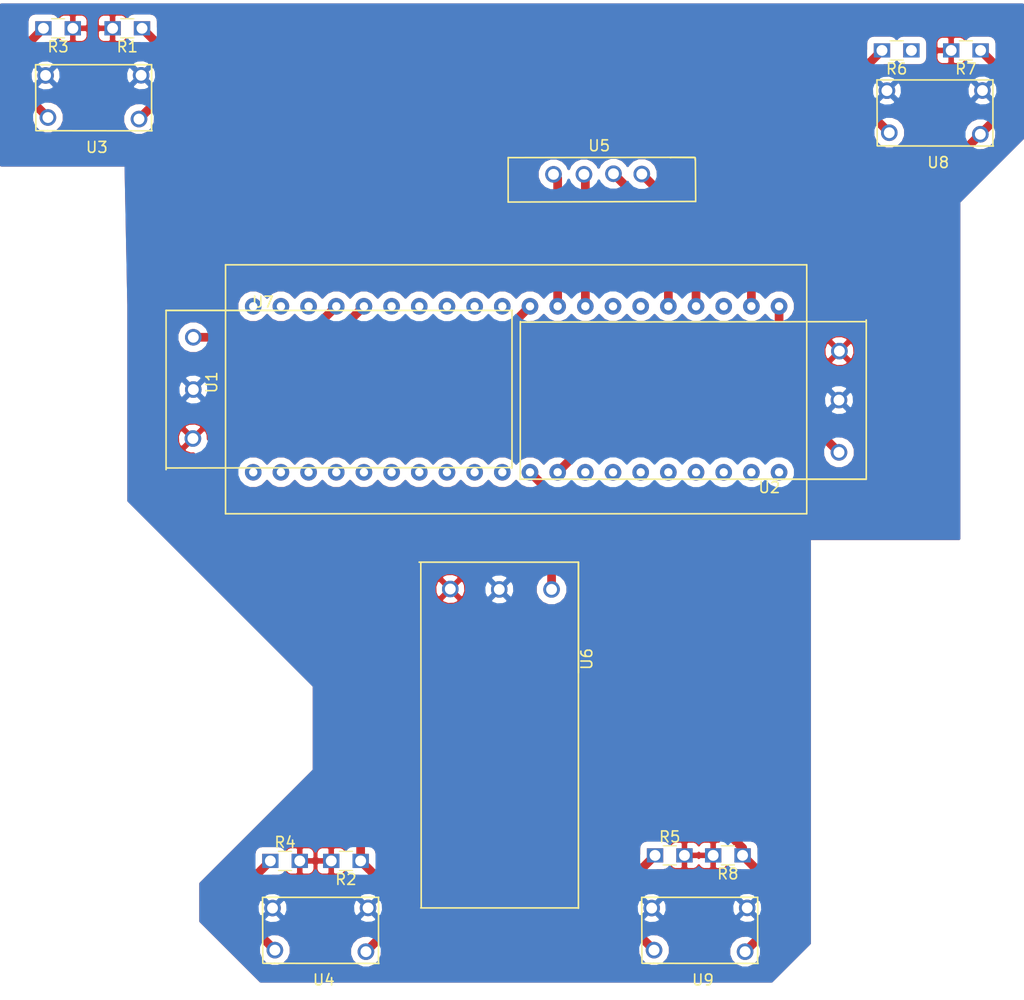
<source format=kicad_pcb>
(kicad_pcb (version 4) (host pcbnew 4.0.7)

  (general
    (links 38)
    (no_connects 1)
    (area 99.314 31.673 193.294001 124.657)
    (thickness 1.6)
    (drawings 0)
    (tracks 80)
    (zones 0)
    (modules 17)
    (nets 18)
  )

  (page A4)
  (layers
    (0 F.Cu signal)
    (31 B.Cu signal)
    (32 B.Adhes user)
    (33 F.Adhes user)
    (34 B.Paste user)
    (35 F.Paste user)
    (36 B.SilkS user)
    (37 F.SilkS user)
    (38 B.Mask user)
    (39 F.Mask user)
    (40 Dwgs.User user)
    (41 Cmts.User user)
    (42 Eco1.User user)
    (43 Eco2.User user)
    (44 Edge.Cuts user)
    (45 Margin user)
    (46 B.CrtYd user)
    (47 F.CrtYd user)
    (48 B.Fab user)
    (49 F.Fab user)
  )

  (setup
    (last_trace_width 0.8)
    (trace_clearance 0.6)
    (zone_clearance 0.508)
    (zone_45_only yes)
    (trace_min 0.2)
    (segment_width 0.2)
    (edge_width 0.1)
    (via_size 0.6)
    (via_drill 0.4)
    (via_min_size 0.4)
    (via_min_drill 0.3)
    (uvia_size 0.3)
    (uvia_drill 0.1)
    (uvias_allowed no)
    (uvia_min_size 0.2)
    (uvia_min_drill 0.1)
    (pcb_text_width 0.3)
    (pcb_text_size 1.5 1.5)
    (mod_edge_width 0.15)
    (mod_text_size 1 1)
    (mod_text_width 0.15)
    (pad_size 1.524 1.524)
    (pad_drill 1)
    (pad_to_mask_clearance 0)
    (aux_axis_origin 0 0)
    (visible_elements 7FFFFFFF)
    (pcbplotparams
      (layerselection 0x00000_80000001)
      (usegerberextensions false)
      (excludeedgelayer true)
      (linewidth 0.100000)
      (plotframeref false)
      (viasonmask false)
      (mode 1)
      (useauxorigin false)
      (hpglpennumber 1)
      (hpglpenspeed 20)
      (hpglpendiameter 15)
      (hpglpenoverlay 2)
      (psnegative true)
      (psa4output false)
      (plotreference true)
      (plotvalue true)
      (plotinvisibletext false)
      (padsonsilk false)
      (subtractmaskfromsilk false)
      (outputformat 4)
      (mirror false)
      (drillshape 0)
      (scaleselection 1)
      (outputdirectory ""))
  )

  (net 0 "")
  (net 1 "Net-(R1-Pad1)")
  (net 2 VCC)
  (net 3 "Net-(R2-Pad1)")
  (net 4 "Net-(R3-Pad2)")
  (net 5 "Net-(R4-Pad1)")
  (net 6 "Net-(R5-Pad1)")
  (net 7 "Net-(R6-Pad2)")
  (net 8 "Net-(R7-Pad1)")
  (net 9 "Net-(R8-Pad1)")
  (net 10 "Net-(U1-Pad24)")
  (net 11 "Net-(U1-Pad31)")
  (net 12 "Net-(U1-Pad32)")
  (net 13 "Net-(U1-Pad33)")
  (net 14 "Net-(U1-Pad36)")
  (net 15 "Net-(U1-Pad37)")
  (net 16 "Net-(U1-Pad40)")
  (net 17 GND)

  (net_class Default "This is the default net class."
    (clearance 0.6)
    (trace_width 0.8)
    (via_dia 0.6)
    (via_drill 0.4)
    (uvia_dia 0.3)
    (uvia_drill 0.1)
    (add_net GND)
    (add_net "Net-(R1-Pad1)")
    (add_net "Net-(R2-Pad1)")
    (add_net "Net-(R3-Pad2)")
    (add_net "Net-(R4-Pad1)")
    (add_net "Net-(R5-Pad1)")
    (add_net "Net-(R6-Pad2)")
    (add_net "Net-(R7-Pad1)")
    (add_net "Net-(R8-Pad1)")
    (add_net "Net-(U1-Pad24)")
    (add_net "Net-(U1-Pad31)")
    (add_net "Net-(U1-Pad32)")
    (add_net "Net-(U1-Pad33)")
    (add_net "Net-(U1-Pad36)")
    (add_net "Net-(U1-Pad37)")
    (add_net "Net-(U1-Pad40)")
    (add_net VCC)
  )

  (module lm393:lm393 (layer F.Cu) (tedit 5BB67CAD) (tstamp 5BAB989F)
    (at 169.926 77.47 180)
    (path /5B991F46)
    (fp_text reference U2 (at 0 0.5 180) (layer F.SilkS)
      (effects (font (size 1 1) (thickness 0.15)))
    )
    (fp_text value lm393 (at 0 -0.5 180) (layer F.Fab)
      (effects (font (size 1 1) (thickness 0.15)))
    )
    (fp_line (start 22.8346 15.6972) (end -8.8646 15.7353) (layer F.SilkS) (width 0.15))
    (fp_line (start -8.8646 15.7353) (end -8.8646 15.6972) (layer F.SilkS) (width 0.15))
    (fp_line (start 22.86 1.27) (end 22.86 15.74) (layer F.SilkS) (width 0.15))
    (fp_line (start -8.89 1.27) (end -8.89 15.89) (layer F.SilkS) (width 0.15))
    (fp_line (start 22.89 1.27) (end -8.89 1.27) (layer F.SilkS) (width 0.15))
    (fp_line (start -8.89 1.27) (end 1.27 1.27) (layer F.SilkS) (width 0.15))
    (pad 1 thru_hole circle (at -6.3881 3.7338 180) (size 1.524 1.524) (drill 1) (layers *.Cu *.Mask)
      (net 16 "Net-(U1-Pad40)"))
    (pad 2 thru_hole circle (at -6.3881 8.5344 180) (size 1.524 1.524) (drill 1) (layers *.Cu *.Mask)
      (net 17 GND))
    (pad 3 thru_hole circle (at -6.4262 13.0302 180) (size 1.524 1.524) (drill 1) (layers *.Cu *.Mask)
      (net 2 VCC))
  )

  (module stm32:stm32 (layer F.Cu) (tedit 5B25D329) (tstamp 5BAB9898)
    (at 120.015 79.375 90)
    (path /5AD50E29)
    (fp_text reference U1 (at 12.065 -1.27 90) (layer F.SilkS)
      (effects (font (size 1 1) (thickness 0.15)))
    )
    (fp_text value STM32F103C8T6 (at 12.065 -3.175 90) (layer F.Fab)
      (effects (font (size 1 1) (thickness 0.15)))
    )
    (fp_line (start 22.86 53.34) (end 22.86 0) (layer F.SilkS) (width 0.15))
    (fp_line (start 22.86 0) (end 0 0) (layer F.SilkS) (width 0.15))
    (fp_line (start 0 0) (end 0 53.34) (layer F.SilkS) (width 0.15))
    (fp_line (start 0 53.34) (end 22.86 53.34) (layer F.SilkS) (width 0.15))
    (pad 1 thru_hole circle (at 3.81 2.54 90) (size 1.524 1.524) (drill 0.762) (layers *.Cu *.Mask))
    (pad 2 thru_hole circle (at 3.81 5.08 90) (size 1.524 1.524) (drill 0.762) (layers *.Cu *.Mask))
    (pad 3 thru_hole circle (at 3.81 7.62 90) (size 1.524 1.524) (drill 0.762) (layers *.Cu *.Mask))
    (pad 4 thru_hole circle (at 3.81 10.16 90) (size 1.524 1.524) (drill 0.762) (layers *.Cu *.Mask))
    (pad 5 thru_hole circle (at 3.81 12.7 90) (size 1.524 1.524) (drill 0.762) (layers *.Cu *.Mask))
    (pad 6 thru_hole circle (at 3.81 15.24 90) (size 1.524 1.524) (drill 0.762) (layers *.Cu *.Mask))
    (pad 7 thru_hole circle (at 3.81 17.78 90) (size 1.524 1.524) (drill 0.762) (layers *.Cu *.Mask))
    (pad 8 thru_hole circle (at 3.81 20.32 90) (size 1.524 1.524) (drill 0.762) (layers *.Cu *.Mask))
    (pad 9 thru_hole circle (at 3.81 22.86 90) (size 1.524 1.524) (drill 0.762) (layers *.Cu *.Mask))
    (pad 10 thru_hole circle (at 3.81 25.4 90) (size 1.524 1.524) (drill 0.762) (layers *.Cu *.Mask))
    (pad 11 thru_hole circle (at 3.81 27.94 90) (size 1.524 1.524) (drill 0.762) (layers *.Cu *.Mask)
      (net 8 "Net-(R7-Pad1)"))
    (pad 12 thru_hole circle (at 3.81 30.48 90) (size 1.524 1.524) (drill 0.762) (layers *.Cu *.Mask)
      (net 1 "Net-(R1-Pad1)"))
    (pad 13 thru_hole circle (at 3.81 33.02 90) (size 1.524 1.524) (drill 0.762) (layers *.Cu *.Mask))
    (pad 14 thru_hole circle (at 3.81 35.56 90) (size 1.524 1.524) (drill 0.762) (layers *.Cu *.Mask))
    (pad 15 thru_hole circle (at 3.81 38.1 90) (size 1.524 1.524) (drill 0.762) (layers *.Cu *.Mask))
    (pad 16 thru_hole circle (at 3.81 40.64 90) (size 1.524 1.524) (drill 0.762) (layers *.Cu *.Mask))
    (pad 17 thru_hole circle (at 3.81 43.18 90) (size 1.524 1.524) (drill 0.762) (layers *.Cu *.Mask))
    (pad 18 thru_hole circle (at 3.81 45.72 90) (size 1.524 1.524) (drill 0.762) (layers *.Cu *.Mask))
    (pad 19 thru_hole circle (at 3.81 48.26 90) (size 1.524 1.524) (drill 0.762) (layers *.Cu *.Mask))
    (pad 20 thru_hole circle (at 3.81 50.8 90) (size 1.524 1.524) (drill 0.762) (layers *.Cu *.Mask))
    (pad 21 thru_hole circle (at 19.05 2.54 90) (size 1.524 1.524) (drill 0.762) (layers *.Cu *.Mask))
    (pad 22 thru_hole circle (at 19.05 5.08 90) (size 1.524 1.524) (drill 0.762) (layers *.Cu *.Mask))
    (pad 23 thru_hole circle (at 19.05 7.62 90) (size 1.524 1.524) (drill 0.762) (layers *.Cu *.Mask))
    (pad 24 thru_hole circle (at 19.05 10.16 90) (size 1.524 1.524) (drill 0.762) (layers *.Cu *.Mask)
      (net 10 "Net-(U1-Pad24)"))
    (pad 25 thru_hole circle (at 19.05 12.7 90) (size 1.524 1.524) (drill 0.762) (layers *.Cu *.Mask)
      (net 9 "Net-(R8-Pad1)"))
    (pad 26 thru_hole circle (at 19.05 15.24 90) (size 1.524 1.524) (drill 0.762) (layers *.Cu *.Mask))
    (pad 27 thru_hole circle (at 19.05 17.78 90) (size 1.524 1.524) (drill 0.762) (layers *.Cu *.Mask))
    (pad 28 thru_hole circle (at 19.05 20.32 90) (size 1.524 1.524) (drill 0.762) (layers *.Cu *.Mask))
    (pad 29 thru_hole circle (at 19.05 22.86 90) (size 1.524 1.524) (drill 0.762) (layers *.Cu *.Mask))
    (pad 30 thru_hole circle (at 19.05 25.4 90) (size 1.524 1.524) (drill 0.762) (layers *.Cu *.Mask))
    (pad 31 thru_hole circle (at 19.05 27.94 90) (size 1.524 1.524) (drill 0.762) (layers *.Cu *.Mask)
      (net 11 "Net-(U1-Pad31)"))
    (pad 32 thru_hole circle (at 19.05 30.48 90) (size 1.524 1.524) (drill 0.762) (layers *.Cu *.Mask)
      (net 12 "Net-(U1-Pad32)"))
    (pad 33 thru_hole circle (at 19.05 33.02 90) (size 1.524 1.524) (drill 0.762) (layers *.Cu *.Mask)
      (net 13 "Net-(U1-Pad33)"))
    (pad 34 thru_hole circle (at 19.05 35.56 90) (size 1.524 1.524) (drill 0.762) (layers *.Cu *.Mask))
    (pad 35 thru_hole circle (at 19.05 38.1 90) (size 1.524 1.524) (drill 0.762) (layers *.Cu *.Mask))
    (pad 36 thru_hole circle (at 19.05 40.64 90) (size 1.524 1.524) (drill 0.762) (layers *.Cu *.Mask)
      (net 14 "Net-(U1-Pad36)"))
    (pad 37 thru_hole circle (at 19.05 43.18 90) (size 1.524 1.524) (drill 0.762) (layers *.Cu *.Mask)
      (net 15 "Net-(U1-Pad37)"))
    (pad 38 thru_hole circle (at 19.05 45.72 90) (size 1.524 1.524) (drill 0.762) (layers *.Cu *.Mask))
    (pad 39 thru_hole circle (at 19.05 48.26 90) (size 1.524 1.524) (drill 0.762) (layers *.Cu *.Mask)
      (net 3 "Net-(R2-Pad1)"))
    (pad 40 thru_hole circle (at 19.05 50.8 90) (size 1.524 1.524) (drill 0.762) (layers *.Cu *.Mask)
      (net 16 "Net-(U1-Pad40)"))
  )

  (module lm393:lm393 (layer F.Cu) (tedit 5BB67CCF) (tstamp 5BAB98BE)
    (at 153.67 92.71 270)
    (path /5B992085)
    (fp_text reference U6 (at 0 0.5 270) (layer F.SilkS)
      (effects (font (size 1 1) (thickness 0.15)))
    )
    (fp_text value lm393 (at 0 -0.5 270) (layer F.Fab)
      (effects (font (size 1 1) (thickness 0.15)))
    )
    (fp_line (start 22.8346 15.6972) (end -8.8646 15.7353) (layer F.SilkS) (width 0.15))
    (fp_line (start -8.8646 15.7353) (end -8.8646 15.6972) (layer F.SilkS) (width 0.15))
    (fp_line (start 22.86 1.27) (end 22.86 15.74) (layer F.SilkS) (width 0.15))
    (fp_line (start -8.89 1.27) (end -8.89 15.89) (layer F.SilkS) (width 0.15))
    (fp_line (start 22.89 1.27) (end -8.89 1.27) (layer F.SilkS) (width 0.15))
    (fp_line (start -8.89 1.27) (end 1.27 1.27) (layer F.SilkS) (width 0.15))
    (pad 1 thru_hole circle (at -6.3881 3.7338 270) (size 1.524 1.524) (drill 1) (layers *.Cu *.Mask)
      (net 11 "Net-(U1-Pad31)"))
    (pad 2 thru_hole circle (at -6.3881 8.5344 270) (size 1.524 1.524) (drill 1) (layers *.Cu *.Mask)
      (net 17 GND))
    (pad 3 thru_hole circle (at -6.4262 13.0302 270) (size 1.524 1.524) (drill 1) (layers *.Cu *.Mask)
      (net 2 VCC))
  )

  (module lm393:lm393 (layer F.Cu) (tedit 5BB67C8E) (tstamp 5BAB98C5)
    (at 123.444 59.436)
    (path /5B991CEC)
    (fp_text reference U7 (at 0 0.5) (layer F.SilkS)
      (effects (font (size 1 1) (thickness 0.15)))
    )
    (fp_text value lm393 (at 0 -0.5) (layer F.Fab)
      (effects (font (size 1 1) (thickness 0.15)))
    )
    (fp_line (start 22.8346 15.6972) (end -8.8646 15.7353) (layer F.SilkS) (width 0.15))
    (fp_line (start -8.8646 15.7353) (end -8.8646 15.6972) (layer F.SilkS) (width 0.15))
    (fp_line (start 22.86 1.27) (end 22.86 15.74) (layer F.SilkS) (width 0.15))
    (fp_line (start -8.89 1.27) (end -8.89 15.89) (layer F.SilkS) (width 0.15))
    (fp_line (start 22.89 1.27) (end -8.89 1.27) (layer F.SilkS) (width 0.15))
    (fp_line (start -8.89 1.27) (end 1.27 1.27) (layer F.SilkS) (width 0.15))
    (pad 1 thru_hole circle (at -6.3881 3.7338) (size 1.524 1.524) (drill 1) (layers *.Cu *.Mask)
      (net 10 "Net-(U1-Pad24)"))
    (pad 2 thru_hole circle (at -6.3881 8.5344) (size 1.524 1.524) (drill 1) (layers *.Cu *.Mask)
      (net 17 GND))
    (pad 3 thru_hole circle (at -6.4262 13.0302) (size 1.524 1.524) (drill 1) (layers *.Cu *.Mask)
      (net 2 VCC))
  )

  (module tcrt5000:tcrt5000 (layer F.Cu) (tedit 5BB6754F) (tstamp 5BB678E4)
    (at 108.204 46.228 180)
    (path /5B993E68)
    (fp_text reference U3 (at 0 0.5 180) (layer F.SilkS)
      (effects (font (size 1 1) (thickness 0.15)))
    )
    (fp_text value tcrt5000 (at 0 -0.5 180) (layer F.Fab)
      (effects (font (size 1 1) (thickness 0.15)))
    )
    (fp_line (start -5.03174 8.08482) (end 5.62102 8.08482) (layer F.SilkS) (width 0.15))
    (fp_line (start 5.62102 8.08482) (end 5.59816 2.04978) (layer F.SilkS) (width 0.15))
    (fp_line (start 5.59816 2.04978) (end 5.5753 2.03962) (layer F.SilkS) (width 0.15))
    (fp_line (start -5.02158 2.02692) (end -5.02158 8.09702) (layer F.SilkS) (width 0.15))
    (fp_line (start -5.0546 2.02692) (end -5.0546 2.01676) (layer F.SilkS) (width 0.15))
    (fp_line (start -5.0546 2.01676) (end 5.5466 2.02692) (layer F.SilkS) (width 0.15))
    (fp_line (start 4.5466 2.02692) (end 4.52374 2.04978) (layer F.SilkS) (width 0.15))
    (pad 4 thru_hole circle (at 4.49072 3.2385 180) (size 1.524 1.524) (drill 1) (layers *.Cu *.Mask)
      (net 4 "Net-(R3-Pad2)"))
    (pad 3 thru_hole circle (at 4.70662 7.10184 180) (size 1.524 1.524) (drill 1) (layers *.Cu *.Mask)
      (net 17 GND))
    (pad 1 thru_hole circle (at -3.86588 3.09626 180) (size 1.524 1.524) (drill 1) (layers *.Cu *.Mask)
      (net 1 "Net-(R1-Pad1)"))
    (pad 2 thru_hole circle (at -4.06146 7.11454 180) (size 1.524 1.524) (drill 1) (layers *.Cu *.Mask)
      (net 17 GND))
  )

  (module tcrt5000:tcrt5000 (layer F.Cu) (tedit 5BB6754F) (tstamp 5BB678F2)
    (at 129.032 122.682 180)
    (path /5B991AB0)
    (fp_text reference U4 (at 0 0.5 180) (layer F.SilkS)
      (effects (font (size 1 1) (thickness 0.15)))
    )
    (fp_text value tcrt5000 (at 0 -0.5 180) (layer F.Fab)
      (effects (font (size 1 1) (thickness 0.15)))
    )
    (fp_line (start -5.03174 8.08482) (end 5.62102 8.08482) (layer F.SilkS) (width 0.15))
    (fp_line (start 5.62102 8.08482) (end 5.59816 2.04978) (layer F.SilkS) (width 0.15))
    (fp_line (start 5.59816 2.04978) (end 5.5753 2.03962) (layer F.SilkS) (width 0.15))
    (fp_line (start -5.02158 2.02692) (end -5.02158 8.09702) (layer F.SilkS) (width 0.15))
    (fp_line (start -5.0546 2.02692) (end -5.0546 2.01676) (layer F.SilkS) (width 0.15))
    (fp_line (start -5.0546 2.01676) (end 5.5466 2.02692) (layer F.SilkS) (width 0.15))
    (fp_line (start 4.5466 2.02692) (end 4.52374 2.04978) (layer F.SilkS) (width 0.15))
    (pad 4 thru_hole circle (at 4.49072 3.2385 180) (size 1.524 1.524) (drill 1) (layers *.Cu *.Mask)
      (net 5 "Net-(R4-Pad1)"))
    (pad 3 thru_hole circle (at 4.70662 7.10184 180) (size 1.524 1.524) (drill 1) (layers *.Cu *.Mask)
      (net 17 GND))
    (pad 1 thru_hole circle (at -3.86588 3.09626 180) (size 1.524 1.524) (drill 1) (layers *.Cu *.Mask)
      (net 3 "Net-(R2-Pad1)"))
    (pad 2 thru_hole circle (at -4.06146 7.11454 180) (size 1.524 1.524) (drill 1) (layers *.Cu *.Mask)
      (net 17 GND))
  )

  (module tcrt5000:tcrt5000 (layer F.Cu) (tedit 5BB6754F) (tstamp 5BB67900)
    (at 185.42 47.625 180)
    (path /5B993F0D)
    (fp_text reference U8 (at 0 0.5 180) (layer F.SilkS)
      (effects (font (size 1 1) (thickness 0.15)))
    )
    (fp_text value tcrt5000 (at 0 -0.5 180) (layer F.Fab)
      (effects (font (size 1 1) (thickness 0.15)))
    )
    (fp_line (start -5.03174 8.08482) (end 5.62102 8.08482) (layer F.SilkS) (width 0.15))
    (fp_line (start 5.62102 8.08482) (end 5.59816 2.04978) (layer F.SilkS) (width 0.15))
    (fp_line (start 5.59816 2.04978) (end 5.5753 2.03962) (layer F.SilkS) (width 0.15))
    (fp_line (start -5.02158 2.02692) (end -5.02158 8.09702) (layer F.SilkS) (width 0.15))
    (fp_line (start -5.0546 2.02692) (end -5.0546 2.01676) (layer F.SilkS) (width 0.15))
    (fp_line (start -5.0546 2.01676) (end 5.5466 2.02692) (layer F.SilkS) (width 0.15))
    (fp_line (start 4.5466 2.02692) (end 4.52374 2.04978) (layer F.SilkS) (width 0.15))
    (pad 4 thru_hole circle (at 4.49072 3.2385 180) (size 1.524 1.524) (drill 1) (layers *.Cu *.Mask)
      (net 7 "Net-(R6-Pad2)"))
    (pad 3 thru_hole circle (at 4.70662 7.10184 180) (size 1.524 1.524) (drill 1) (layers *.Cu *.Mask)
      (net 17 GND))
    (pad 1 thru_hole circle (at -3.86588 3.09626 180) (size 1.524 1.524) (drill 1) (layers *.Cu *.Mask)
      (net 8 "Net-(R7-Pad1)"))
    (pad 2 thru_hole circle (at -4.06146 7.11454 180) (size 1.524 1.524) (drill 1) (layers *.Cu *.Mask)
      (net 17 GND))
  )

  (module tcrt5000:tcrt5000 (layer F.Cu) (tedit 5BB6754F) (tstamp 5BB6790E)
    (at 163.83 122.682 180)
    (path /5B993DFF)
    (fp_text reference U9 (at 0 0.5 180) (layer F.SilkS)
      (effects (font (size 1 1) (thickness 0.15)))
    )
    (fp_text value tcrt5000 (at 0 -0.5 180) (layer F.Fab)
      (effects (font (size 1 1) (thickness 0.15)))
    )
    (fp_line (start -5.03174 8.08482) (end 5.62102 8.08482) (layer F.SilkS) (width 0.15))
    (fp_line (start 5.62102 8.08482) (end 5.59816 2.04978) (layer F.SilkS) (width 0.15))
    (fp_line (start 5.59816 2.04978) (end 5.5753 2.03962) (layer F.SilkS) (width 0.15))
    (fp_line (start -5.02158 2.02692) (end -5.02158 8.09702) (layer F.SilkS) (width 0.15))
    (fp_line (start -5.0546 2.02692) (end -5.0546 2.01676) (layer F.SilkS) (width 0.15))
    (fp_line (start -5.0546 2.01676) (end 5.5466 2.02692) (layer F.SilkS) (width 0.15))
    (fp_line (start 4.5466 2.02692) (end 4.52374 2.04978) (layer F.SilkS) (width 0.15))
    (pad 4 thru_hole circle (at 4.49072 3.2385 180) (size 1.524 1.524) (drill 1) (layers *.Cu *.Mask)
      (net 6 "Net-(R5-Pad1)"))
    (pad 3 thru_hole circle (at 4.70662 7.10184 180) (size 1.524 1.524) (drill 1) (layers *.Cu *.Mask)
      (net 17 GND))
    (pad 1 thru_hole circle (at -3.86588 3.09626 180) (size 1.524 1.524) (drill 1) (layers *.Cu *.Mask)
      (net 9 "Net-(R8-Pad1)"))
    (pad 2 thru_hole circle (at -4.06146 7.11454 180) (size 1.524 1.524) (drill 1) (layers *.Cu *.Mask)
      (net 17 GND))
  )

  (module resistor:R_0805_HandSoldering (layer F.Cu) (tedit 5BB677B7) (tstamp 5BB67BEB)
    (at 110.998 34.798 180)
    (descr "Resistor SMD 0805, hand soldering")
    (tags "resistor 0805")
    (path /5B996255)
    (attr smd)
    (fp_text reference R1 (at 0 -1.7 180) (layer F.SilkS)
      (effects (font (size 1 1) (thickness 0.15)))
    )
    (fp_text value R (at 0 1.75 180) (layer F.Fab)
      (effects (font (size 1 1) (thickness 0.15)))
    )
    (fp_text user %R (at 0 0 180) (layer F.Fab)
      (effects (font (size 0.5 0.5) (thickness 0.075)))
    )
    (fp_line (start -1 0.62) (end -1 -0.62) (layer F.Fab) (width 0.1))
    (fp_line (start 1 0.62) (end -1 0.62) (layer F.Fab) (width 0.1))
    (fp_line (start 1 -0.62) (end 1 0.62) (layer F.Fab) (width 0.1))
    (fp_line (start -1 -0.62) (end 1 -0.62) (layer F.Fab) (width 0.1))
    (fp_line (start 0.6 0.88) (end -0.6 0.88) (layer F.SilkS) (width 0.12))
    (fp_line (start -0.6 -0.88) (end 0.6 -0.88) (layer F.SilkS) (width 0.12))
    (fp_line (start -2.35 -0.9) (end 2.35 -0.9) (layer F.CrtYd) (width 0.05))
    (fp_line (start -2.35 -0.9) (end -2.35 0.9) (layer F.CrtYd) (width 0.05))
    (fp_line (start 2.35 0.9) (end 2.35 -0.9) (layer F.CrtYd) (width 0.05))
    (fp_line (start 2.35 0.9) (end -2.35 0.9) (layer F.CrtYd) (width 0.05))
    (pad 1 thru_hole rect (at -1.35 0 180) (size 1.5 1.3) (drill 1) (layers *.Cu *.Mask)
      (net 1 "Net-(R1-Pad1)"))
    (pad 2 thru_hole rect (at 1.35 0 180) (size 1.5 1.3) (drill 1) (layers *.Cu *.Mask)
      (net 2 VCC))
    (model ${KISYS3DMOD}/Resistors_SMD.3dshapes/R_0805.wrl
      (at (xyz 0 0 0))
      (scale (xyz 1 1 1))
      (rotate (xyz 0 0 0))
    )
  )

  (module resistor:R_0805_HandSoldering (layer F.Cu) (tedit 5BB677B7) (tstamp 5BB67BF0)
    (at 131.064 111.252 180)
    (descr "Resistor SMD 0805, hand soldering")
    (tags "resistor 0805")
    (path /5B995E4B)
    (attr smd)
    (fp_text reference R2 (at 0 -1.7 180) (layer F.SilkS)
      (effects (font (size 1 1) (thickness 0.15)))
    )
    (fp_text value R (at 0 1.75 180) (layer F.Fab)
      (effects (font (size 1 1) (thickness 0.15)))
    )
    (fp_text user %R (at 0 0 180) (layer F.Fab)
      (effects (font (size 0.5 0.5) (thickness 0.075)))
    )
    (fp_line (start -1 0.62) (end -1 -0.62) (layer F.Fab) (width 0.1))
    (fp_line (start 1 0.62) (end -1 0.62) (layer F.Fab) (width 0.1))
    (fp_line (start 1 -0.62) (end 1 0.62) (layer F.Fab) (width 0.1))
    (fp_line (start -1 -0.62) (end 1 -0.62) (layer F.Fab) (width 0.1))
    (fp_line (start 0.6 0.88) (end -0.6 0.88) (layer F.SilkS) (width 0.12))
    (fp_line (start -0.6 -0.88) (end 0.6 -0.88) (layer F.SilkS) (width 0.12))
    (fp_line (start -2.35 -0.9) (end 2.35 -0.9) (layer F.CrtYd) (width 0.05))
    (fp_line (start -2.35 -0.9) (end -2.35 0.9) (layer F.CrtYd) (width 0.05))
    (fp_line (start 2.35 0.9) (end 2.35 -0.9) (layer F.CrtYd) (width 0.05))
    (fp_line (start 2.35 0.9) (end -2.35 0.9) (layer F.CrtYd) (width 0.05))
    (pad 1 thru_hole rect (at -1.35 0 180) (size 1.5 1.3) (drill 1) (layers *.Cu *.Mask)
      (net 3 "Net-(R2-Pad1)"))
    (pad 2 thru_hole rect (at 1.35 0 180) (size 1.5 1.3) (drill 1) (layers *.Cu *.Mask)
      (net 2 VCC))
    (model ${KISYS3DMOD}/Resistors_SMD.3dshapes/R_0805.wrl
      (at (xyz 0 0 0))
      (scale (xyz 1 1 1))
      (rotate (xyz 0 0 0))
    )
  )

  (module resistor:R_0805_HandSoldering (layer F.Cu) (tedit 5BB677B7) (tstamp 5BB67BF5)
    (at 104.648 34.798 180)
    (descr "Resistor SMD 0805, hand soldering")
    (tags "resistor 0805")
    (path /5B996430)
    (attr smd)
    (fp_text reference R3 (at 0 -1.7 180) (layer F.SilkS)
      (effects (font (size 1 1) (thickness 0.15)))
    )
    (fp_text value R (at 0 1.75 180) (layer F.Fab)
      (effects (font (size 1 1) (thickness 0.15)))
    )
    (fp_text user %R (at 0 0 180) (layer F.Fab)
      (effects (font (size 0.5 0.5) (thickness 0.075)))
    )
    (fp_line (start -1 0.62) (end -1 -0.62) (layer F.Fab) (width 0.1))
    (fp_line (start 1 0.62) (end -1 0.62) (layer F.Fab) (width 0.1))
    (fp_line (start 1 -0.62) (end 1 0.62) (layer F.Fab) (width 0.1))
    (fp_line (start -1 -0.62) (end 1 -0.62) (layer F.Fab) (width 0.1))
    (fp_line (start 0.6 0.88) (end -0.6 0.88) (layer F.SilkS) (width 0.12))
    (fp_line (start -0.6 -0.88) (end 0.6 -0.88) (layer F.SilkS) (width 0.12))
    (fp_line (start -2.35 -0.9) (end 2.35 -0.9) (layer F.CrtYd) (width 0.05))
    (fp_line (start -2.35 -0.9) (end -2.35 0.9) (layer F.CrtYd) (width 0.05))
    (fp_line (start 2.35 0.9) (end 2.35 -0.9) (layer F.CrtYd) (width 0.05))
    (fp_line (start 2.35 0.9) (end -2.35 0.9) (layer F.CrtYd) (width 0.05))
    (pad 1 thru_hole rect (at -1.35 0 180) (size 1.5 1.3) (drill 1) (layers *.Cu *.Mask)
      (net 2 VCC))
    (pad 2 thru_hole rect (at 1.35 0 180) (size 1.5 1.3) (drill 1) (layers *.Cu *.Mask)
      (net 4 "Net-(R3-Pad2)"))
    (model ${KISYS3DMOD}/Resistors_SMD.3dshapes/R_0805.wrl
      (at (xyz 0 0 0))
      (scale (xyz 1 1 1))
      (rotate (xyz 0 0 0))
    )
  )

  (module resistor:R_0805_HandSoldering (layer F.Cu) (tedit 5BB677B7) (tstamp 5BB67BFA)
    (at 125.476 111.252)
    (descr "Resistor SMD 0805, hand soldering")
    (tags "resistor 0805")
    (path /5B996511)
    (attr smd)
    (fp_text reference R4 (at 0 -1.7) (layer F.SilkS)
      (effects (font (size 1 1) (thickness 0.15)))
    )
    (fp_text value R (at 0 1.75) (layer F.Fab)
      (effects (font (size 1 1) (thickness 0.15)))
    )
    (fp_text user %R (at 0 0) (layer F.Fab)
      (effects (font (size 0.5 0.5) (thickness 0.075)))
    )
    (fp_line (start -1 0.62) (end -1 -0.62) (layer F.Fab) (width 0.1))
    (fp_line (start 1 0.62) (end -1 0.62) (layer F.Fab) (width 0.1))
    (fp_line (start 1 -0.62) (end 1 0.62) (layer F.Fab) (width 0.1))
    (fp_line (start -1 -0.62) (end 1 -0.62) (layer F.Fab) (width 0.1))
    (fp_line (start 0.6 0.88) (end -0.6 0.88) (layer F.SilkS) (width 0.12))
    (fp_line (start -0.6 -0.88) (end 0.6 -0.88) (layer F.SilkS) (width 0.12))
    (fp_line (start -2.35 -0.9) (end 2.35 -0.9) (layer F.CrtYd) (width 0.05))
    (fp_line (start -2.35 -0.9) (end -2.35 0.9) (layer F.CrtYd) (width 0.05))
    (fp_line (start 2.35 0.9) (end 2.35 -0.9) (layer F.CrtYd) (width 0.05))
    (fp_line (start 2.35 0.9) (end -2.35 0.9) (layer F.CrtYd) (width 0.05))
    (pad 1 thru_hole rect (at -1.35 0) (size 1.5 1.3) (drill 1) (layers *.Cu *.Mask)
      (net 5 "Net-(R4-Pad1)"))
    (pad 2 thru_hole rect (at 1.35 0) (size 1.5 1.3) (drill 1) (layers *.Cu *.Mask)
      (net 2 VCC))
    (model ${KISYS3DMOD}/Resistors_SMD.3dshapes/R_0805.wrl
      (at (xyz 0 0 0))
      (scale (xyz 1 1 1))
      (rotate (xyz 0 0 0))
    )
  )

  (module resistor:R_0805_HandSoldering (layer F.Cu) (tedit 5BB677B7) (tstamp 5BB67BFF)
    (at 160.782 110.744)
    (descr "Resistor SMD 0805, hand soldering")
    (tags "resistor 0805")
    (path /5B9965B6)
    (attr smd)
    (fp_text reference R5 (at 0 -1.7) (layer F.SilkS)
      (effects (font (size 1 1) (thickness 0.15)))
    )
    (fp_text value R (at 0 1.75) (layer F.Fab)
      (effects (font (size 1 1) (thickness 0.15)))
    )
    (fp_text user %R (at 0 0) (layer F.Fab)
      (effects (font (size 0.5 0.5) (thickness 0.075)))
    )
    (fp_line (start -1 0.62) (end -1 -0.62) (layer F.Fab) (width 0.1))
    (fp_line (start 1 0.62) (end -1 0.62) (layer F.Fab) (width 0.1))
    (fp_line (start 1 -0.62) (end 1 0.62) (layer F.Fab) (width 0.1))
    (fp_line (start -1 -0.62) (end 1 -0.62) (layer F.Fab) (width 0.1))
    (fp_line (start 0.6 0.88) (end -0.6 0.88) (layer F.SilkS) (width 0.12))
    (fp_line (start -0.6 -0.88) (end 0.6 -0.88) (layer F.SilkS) (width 0.12))
    (fp_line (start -2.35 -0.9) (end 2.35 -0.9) (layer F.CrtYd) (width 0.05))
    (fp_line (start -2.35 -0.9) (end -2.35 0.9) (layer F.CrtYd) (width 0.05))
    (fp_line (start 2.35 0.9) (end 2.35 -0.9) (layer F.CrtYd) (width 0.05))
    (fp_line (start 2.35 0.9) (end -2.35 0.9) (layer F.CrtYd) (width 0.05))
    (pad 1 thru_hole rect (at -1.35 0) (size 1.5 1.3) (drill 1) (layers *.Cu *.Mask)
      (net 6 "Net-(R5-Pad1)"))
    (pad 2 thru_hole rect (at 1.35 0) (size 1.5 1.3) (drill 1) (layers *.Cu *.Mask)
      (net 2 VCC))
    (model ${KISYS3DMOD}/Resistors_SMD.3dshapes/R_0805.wrl
      (at (xyz 0 0 0))
      (scale (xyz 1 1 1))
      (rotate (xyz 0 0 0))
    )
  )

  (module resistor:R_0805_HandSoldering (layer F.Cu) (tedit 5BB677B7) (tstamp 5BB67C04)
    (at 181.61 36.83 180)
    (descr "Resistor SMD 0805, hand soldering")
    (tags "resistor 0805")
    (path /5B996349)
    (attr smd)
    (fp_text reference R6 (at 0 -1.7 180) (layer F.SilkS)
      (effects (font (size 1 1) (thickness 0.15)))
    )
    (fp_text value R (at 0 1.75 180) (layer F.Fab)
      (effects (font (size 1 1) (thickness 0.15)))
    )
    (fp_text user %R (at 0 0 180) (layer F.Fab)
      (effects (font (size 0.5 0.5) (thickness 0.075)))
    )
    (fp_line (start -1 0.62) (end -1 -0.62) (layer F.Fab) (width 0.1))
    (fp_line (start 1 0.62) (end -1 0.62) (layer F.Fab) (width 0.1))
    (fp_line (start 1 -0.62) (end 1 0.62) (layer F.Fab) (width 0.1))
    (fp_line (start -1 -0.62) (end 1 -0.62) (layer F.Fab) (width 0.1))
    (fp_line (start 0.6 0.88) (end -0.6 0.88) (layer F.SilkS) (width 0.12))
    (fp_line (start -0.6 -0.88) (end 0.6 -0.88) (layer F.SilkS) (width 0.12))
    (fp_line (start -2.35 -0.9) (end 2.35 -0.9) (layer F.CrtYd) (width 0.05))
    (fp_line (start -2.35 -0.9) (end -2.35 0.9) (layer F.CrtYd) (width 0.05))
    (fp_line (start 2.35 0.9) (end 2.35 -0.9) (layer F.CrtYd) (width 0.05))
    (fp_line (start 2.35 0.9) (end -2.35 0.9) (layer F.CrtYd) (width 0.05))
    (pad 1 thru_hole rect (at -1.35 0 180) (size 1.5 1.3) (drill 1) (layers *.Cu *.Mask))
    (pad 2 thru_hole rect (at 1.35 0 180) (size 1.5 1.3) (drill 1) (layers *.Cu *.Mask)
      (net 7 "Net-(R6-Pad2)"))
    (model ${KISYS3DMOD}/Resistors_SMD.3dshapes/R_0805.wrl
      (at (xyz 0 0 0))
      (scale (xyz 1 1 1))
      (rotate (xyz 0 0 0))
    )
  )

  (module resistor:R_0805_HandSoldering (layer F.Cu) (tedit 5BB677B7) (tstamp 5BB67C09)
    (at 187.96 36.83 180)
    (descr "Resistor SMD 0805, hand soldering")
    (tags "resistor 0805")
    (path /5B9962DA)
    (attr smd)
    (fp_text reference R7 (at 0 -1.7 180) (layer F.SilkS)
      (effects (font (size 1 1) (thickness 0.15)))
    )
    (fp_text value R (at 0 1.75 180) (layer F.Fab)
      (effects (font (size 1 1) (thickness 0.15)))
    )
    (fp_text user %R (at 0 0 180) (layer F.Fab)
      (effects (font (size 0.5 0.5) (thickness 0.075)))
    )
    (fp_line (start -1 0.62) (end -1 -0.62) (layer F.Fab) (width 0.1))
    (fp_line (start 1 0.62) (end -1 0.62) (layer F.Fab) (width 0.1))
    (fp_line (start 1 -0.62) (end 1 0.62) (layer F.Fab) (width 0.1))
    (fp_line (start -1 -0.62) (end 1 -0.62) (layer F.Fab) (width 0.1))
    (fp_line (start 0.6 0.88) (end -0.6 0.88) (layer F.SilkS) (width 0.12))
    (fp_line (start -0.6 -0.88) (end 0.6 -0.88) (layer F.SilkS) (width 0.12))
    (fp_line (start -2.35 -0.9) (end 2.35 -0.9) (layer F.CrtYd) (width 0.05))
    (fp_line (start -2.35 -0.9) (end -2.35 0.9) (layer F.CrtYd) (width 0.05))
    (fp_line (start 2.35 0.9) (end 2.35 -0.9) (layer F.CrtYd) (width 0.05))
    (fp_line (start 2.35 0.9) (end -2.35 0.9) (layer F.CrtYd) (width 0.05))
    (pad 1 thru_hole rect (at -1.35 0 180) (size 1.5 1.3) (drill 1) (layers *.Cu *.Mask)
      (net 8 "Net-(R7-Pad1)"))
    (pad 2 thru_hole rect (at 1.35 0 180) (size 1.5 1.3) (drill 1) (layers *.Cu *.Mask)
      (net 2 VCC))
    (model ${KISYS3DMOD}/Resistors_SMD.3dshapes/R_0805.wrl
      (at (xyz 0 0 0))
      (scale (xyz 1 1 1))
      (rotate (xyz 0 0 0))
    )
  )

  (module resistor:R_0805_HandSoldering (layer F.Cu) (tedit 5BB677B7) (tstamp 5BB67C0E)
    (at 166.116 110.744 180)
    (descr "Resistor SMD 0805, hand soldering")
    (tags "resistor 0805")
    (path /5B9961F0)
    (attr smd)
    (fp_text reference R8 (at 0 -1.7 180) (layer F.SilkS)
      (effects (font (size 1 1) (thickness 0.15)))
    )
    (fp_text value R (at 0 1.75 180) (layer F.Fab)
      (effects (font (size 1 1) (thickness 0.15)))
    )
    (fp_text user %R (at 0 0 180) (layer F.Fab)
      (effects (font (size 0.5 0.5) (thickness 0.075)))
    )
    (fp_line (start -1 0.62) (end -1 -0.62) (layer F.Fab) (width 0.1))
    (fp_line (start 1 0.62) (end -1 0.62) (layer F.Fab) (width 0.1))
    (fp_line (start 1 -0.62) (end 1 0.62) (layer F.Fab) (width 0.1))
    (fp_line (start -1 -0.62) (end 1 -0.62) (layer F.Fab) (width 0.1))
    (fp_line (start 0.6 0.88) (end -0.6 0.88) (layer F.SilkS) (width 0.12))
    (fp_line (start -0.6 -0.88) (end 0.6 -0.88) (layer F.SilkS) (width 0.12))
    (fp_line (start -2.35 -0.9) (end 2.35 -0.9) (layer F.CrtYd) (width 0.05))
    (fp_line (start -2.35 -0.9) (end -2.35 0.9) (layer F.CrtYd) (width 0.05))
    (fp_line (start 2.35 0.9) (end 2.35 -0.9) (layer F.CrtYd) (width 0.05))
    (fp_line (start 2.35 0.9) (end -2.35 0.9) (layer F.CrtYd) (width 0.05))
    (pad 1 thru_hole rect (at -1.35 0 180) (size 1.5 1.3) (drill 1) (layers *.Cu *.Mask)
      (net 9 "Net-(R8-Pad1)"))
    (pad 2 thru_hole rect (at 1.35 0 180) (size 1.5 1.3) (drill 1) (layers *.Cu *.Mask)
      (net 2 VCC))
    (model ${KISYS3DMOD}/Resistors_SMD.3dshapes/R_0805.wrl
      (at (xyz 0 0 0))
      (scale (xyz 1 1 1))
      (rotate (xyz 0 0 0))
    )
  )

  (module l298mini:l298nmini (layer F.Cu) (tedit 5BB6774B) (tstamp 5BB67C13)
    (at 154.305 45.085)
    (path /5BA87F7B)
    (fp_text reference U5 (at 0 0.5) (layer F.SilkS)
      (effects (font (size 1 1) (thickness 0.15)))
    )
    (fp_text value l298mini (at 0 -0.5) (layer F.Fab)
      (effects (font (size 1 1) (thickness 0.15)))
    )
    (fp_line (start 8.8011 1.78308) (end 8.8011 1.5875) (layer F.SilkS) (width 0.15))
    (fp_line (start 8.8011 1.5875) (end 6.62178 1.55956) (layer F.SilkS) (width 0.15))
    (fp_line (start 6.62178 1.55956) (end 6.53796 1.5875) (layer F.SilkS) (width 0.15))
    (fp_line (start 8.71728 1.55956) (end -8.35406 1.5875) (layer F.SilkS) (width 0.15))
    (fp_line (start -8.35406 1.5875) (end -8.35406 5.66674) (layer F.SilkS) (width 0.15))
    (fp_line (start -8.35406 5.66674) (end 8.85698 5.61086) (layer F.SilkS) (width 0.15))
    (fp_line (start 8.85698 5.61086) (end 8.82904 1.67132) (layer F.SilkS) (width 0.15))
    (pad 1 thru_hole circle (at -4.191 3.1242) (size 1.524 1.524) (drill 1) (layers *.Cu *.Mask)
      (net 12 "Net-(U1-Pad32)"))
    (pad 2 thru_hole circle (at -1.397 3.1242) (size 1.524 1.524) (drill 1) (layers *.Cu *.Mask)
      (net 13 "Net-(U1-Pad33)"))
    (pad 3 thru_hole circle (at 1.31318 3.06832) (size 1.524 1.524) (drill 1) (layers *.Cu *.Mask)
      (net 14 "Net-(U1-Pad36)"))
    (pad 4 thru_hole circle (at 3.9116 3.09626) (size 1.524 1.524) (drill 1) (layers *.Cu *.Mask)
      (net 15 "Net-(U1-Pad37)"))
  )

  (segment (start 114.808 37.258) (end 112.348 34.798) (width 0.8) (layer F.Cu) (net 1) (tstamp 5BB67177))
  (segment (start 181.102 77.216) (end 181.102 60.706) (width 0.8) (layer F.Cu) (net 1) (tstamp 5BB66EC8))
  (segment (start 181.102 60.706) (end 181.102 59.182) (width 0.8) (layer F.Cu) (net 1) (tstamp 5BB66ECD))
  (segment (start 181.102 59.182) (end 181.102 58.166) (width 0.8) (layer F.Cu) (net 1) (tstamp 5BB66ED8))
  (segment (start 181.102 58.166) (end 181.102 57.404) (width 0.8) (layer F.Cu) (net 1) (tstamp 5BB66EDA))
  (segment (start 181.102 57.404) (end 181.102 53.086) (width 0.8) (layer F.Cu) (net 1) (tstamp 5BB66EEA))
  (segment (start 181.102 53.086) (end 170.18 42.164) (width 0.8) (layer F.Cu) (net 1) (tstamp 5BB66EED))
  (segment (start 150.495 75.565) (end 153.162 72.898) (width 0.8) (layer F.Cu) (net 1))
  (segment (start 171.704 72.898) (end 176.022 77.216) (width 0.8) (layer F.Cu) (net 1) (tstamp 5BB66EC0))
  (segment (start 153.162 72.898) (end 171.704 72.898) (width 0.8) (layer F.Cu) (net 1) (tstamp 5BB66EBC))
  (segment (start 176.022 77.216) (end 181.102 77.216) (width 0.8) (layer F.Cu) (net 1))
  (segment (start 112.06988 43.13174) (end 114.808 40.39362) (width 0.8) (layer F.Cu) (net 1))
  (segment (start 114.808 40.39362) (end 114.808 37.258) (width 0.8) (layer F.Cu) (net 1) (tstamp 5BB67175))
  (segment (start 169.926 41.91) (end 169.672 41.656) (width 0.8) (layer F.Cu) (net 1))
  (segment (start 170.18 42.164) (end 169.926 41.91) (width 0.8) (layer F.Cu) (net 1) (tstamp 5BB66F02))
  (segment (start 113.54562 41.656) (end 112.06988 43.13174) (width 0.8) (layer F.Cu) (net 1) (tstamp 5BB66FC1))
  (segment (start 169.672 41.656) (end 113.54562 41.656) (width 0.8) (layer F.Cu) (net 1) (tstamp 5BB66FC0))
  (segment (start 132.414 111.252) (end 132.414 95.076) (width 0.8) (layer F.Cu) (net 3))
  (segment (start 168.275 54.483) (end 168.275 60.325) (width 0.8) (layer F.Cu) (net 3) (tstamp 5BB67E65))
  (segment (start 159.258 45.466) (end 168.275 54.483) (width 0.8) (layer F.Cu) (net 3) (tstamp 5BB67E62))
  (segment (start 130.048 45.466) (end 159.258 45.466) (width 0.8) (layer F.Cu) (net 3) (tstamp 5BB67E5D))
  (segment (start 114.046 61.468) (end 130.048 45.466) (width 0.8) (layer F.Cu) (net 3) (tstamp 5BB67E5A))
  (segment (start 114.046 76.708) (end 114.046 61.468) (width 0.8) (layer F.Cu) (net 3) (tstamp 5BB67E55))
  (segment (start 132.414 95.076) (end 114.046 76.708) (width 0.8) (layer F.Cu) (net 3) (tstamp 5BB67E4C))
  (segment (start 168.275 60.325) (end 168.148 60.198) (width 0.8) (layer F.Cu) (net 3))
  (segment (start 135.636 114.474) (end 132.414 111.252) (width 0.8) (layer F.Cu) (net 3) (tstamp 5BB66D5D))
  (segment (start 132.89788 119.58574) (end 135.636 116.84762) (width 0.8) (layer F.Cu) (net 3))
  (segment (start 135.636 116.84762) (end 135.636 114.474) (width 0.8) (layer F.Cu) (net 3) (tstamp 5BB66D5B))
  (segment (start 103.298 34.798) (end 101.092 37.004) (width 0.8) (layer F.Cu) (net 4))
  (segment (start 101.092 37.004) (end 101.092 40.36822) (width 0.8) (layer F.Cu) (net 4) (tstamp 5BB67170))
  (segment (start 101.092 40.36822) (end 103.71328 42.9895) (width 0.8) (layer F.Cu) (net 4) (tstamp 5BB67172))
  (segment (start 121.158 114.22) (end 124.126 111.252) (width 0.8) (layer F.Cu) (net 5) (tstamp 5BB66D57))
  (segment (start 124.54128 119.4435) (end 121.158 116.06022) (width 0.8) (layer F.Cu) (net 5))
  (segment (start 121.158 116.06022) (end 121.158 114.22) (width 0.8) (layer F.Cu) (net 5) (tstamp 5BB66D52))
  (segment (start 156.718 113.458) (end 159.432 110.744) (width 0.8) (layer F.Cu) (net 6) (tstamp 5BB66D63))
  (segment (start 159.33928 119.4435) (end 156.718 116.82222) (width 0.8) (layer F.Cu) (net 6))
  (segment (start 156.718 116.82222) (end 156.718 113.458) (width 0.8) (layer F.Cu) (net 6) (tstamp 5BB66D61))
  (segment (start 178.562 38.528) (end 180.26 36.83) (width 0.8) (layer F.Cu) (net 7) (tstamp 5BB66DB8))
  (segment (start 180.92928 44.3865) (end 178.562 42.01922) (width 0.8) (layer F.Cu) (net 7))
  (segment (start 178.562 42.01922) (end 178.562 38.528) (width 0.8) (layer F.Cu) (net 7) (tstamp 5BB66DB6))
  (segment (start 184.658 49.15662) (end 189.28588 44.52874) (width 0.8) (layer F.Cu) (net 8) (tstamp 5BB66E69))
  (segment (start 184.658 79.248) (end 184.658 49.15662) (width 0.8) (layer F.Cu) (net 8) (tstamp 5BB66E65))
  (segment (start 179.324 79.248) (end 184.658 79.248) (width 0.8) (layer F.Cu) (net 8) (tstamp 5BB66E63))
  (segment (start 189.28588 44.52874) (end 191.516 42.29862) (width 0.8) (layer F.Cu) (net 8))
  (segment (start 191.516 39.036) (end 189.31 36.83) (width 0.8) (layer F.Cu) (net 8) (tstamp 5BB66D86))
  (segment (start 191.516 42.29862) (end 191.516 39.036) (width 0.8) (layer F.Cu) (net 8) (tstamp 5BB66D83))
  (segment (start 147.955 75.565) (end 151.638 79.248) (width 0.8) (layer F.Cu) (net 8))
  (segment (start 151.638 79.248) (end 179.324 79.248) (width 0.8) (layer F.Cu) (net 8) (tstamp 5BB66E56))
  (segment (start 147.955 75.565) (end 147.828 75.438) (width 0.8) (layer F.Cu) (net 8))
  (segment (start 167.466 110.744) (end 167.466 110.062) (width 0.8) (layer F.Cu) (net 9) (status 400000))
  (segment (start 125.476 67.564) (end 132.715 60.325) (width 0.8) (layer F.Cu) (net 9) (tstamp 5BB68216) (status 800000))
  (segment (start 124.968 67.564) (end 125.476 67.564) (width 0.8) (layer F.Cu) (net 9) (tstamp 5BB68215))
  (segment (start 117.856 74.676) (end 124.968 67.564) (width 0.8) (layer F.Cu) (net 9) (tstamp 5BB681FD))
  (segment (start 117.856 77.978) (end 117.856 74.676) (width 0.8) (layer F.Cu) (net 9) (tstamp 5BB681FB))
  (segment (start 131.064 91.186) (end 117.856 77.978) (width 0.8) (layer F.Cu) (net 9) (tstamp 5BB681F6))
  (segment (start 148.59 91.186) (end 131.064 91.186) (width 0.8) (layer F.Cu) (net 9) (tstamp 5BB681F2))
  (segment (start 167.466 110.062) (end 148.59 91.186) (width 0.8) (layer F.Cu) (net 9) (tstamp 5BB681E9))
  (segment (start 167.69588 119.58574) (end 171.196 116.08562) (width 0.8) (layer F.Cu) (net 9))
  (segment (start 171.196 116.08562) (end 171.196 114.474) (width 0.8) (layer F.Cu) (net 9) (tstamp 5BB66D67))
  (segment (start 171.196 114.474) (end 167.466 110.744) (width 0.8) (layer F.Cu) (net 9) (tstamp 5BB66D69))
  (segment (start 130.175 60.325) (end 127.3302 63.1698) (width 0.8) (layer F.Cu) (net 10))
  (segment (start 127.3302 63.1698) (end 117.0559 63.1698) (width 0.8) (layer F.Cu) (net 10) (tstamp 5BB66D25))
  (segment (start 149.9362 86.3219) (end 149.9362 82.8802) (width 0.8) (layer F.Cu) (net 11) (status 400000))
  (segment (start 135.382 72.898) (end 147.955 60.325) (width 0.8) (layer F.Cu) (net 11) (tstamp 5BB681C8) (status 800000))
  (segment (start 121.92 72.898) (end 135.382 72.898) (width 0.8) (layer F.Cu) (net 11) (tstamp 5BB681C4))
  (segment (start 119.888 74.93) (end 121.92 72.898) (width 0.8) (layer F.Cu) (net 11) (tstamp 5BB681C1))
  (segment (start 119.888 76.2) (end 119.888 74.93) (width 0.8) (layer F.Cu) (net 11) (tstamp 5BB681BF))
  (segment (start 121.92 78.232) (end 119.888 76.2) (width 0.8) (layer F.Cu) (net 11) (tstamp 5BB681BE))
  (segment (start 145.288 78.232) (end 121.92 78.232) (width 0.8) (layer F.Cu) (net 11) (tstamp 5BB681BC))
  (segment (start 149.9362 82.8802) (end 145.288 78.232) (width 0.8) (layer F.Cu) (net 11) (tstamp 5BB681BA))
  (segment (start 150.114 48.2092) (end 150.495 48.5902) (width 0.8) (layer F.Cu) (net 12))
  (segment (start 150.495 48.5902) (end 150.495 60.325) (width 0.8) (layer F.Cu) (net 12) (tstamp 5BB66D22))
  (segment (start 152.908 48.2092) (end 153.035 48.3362) (width 0.8) (layer F.Cu) (net 13))
  (segment (start 153.035 48.3362) (end 153.035 60.325) (width 0.8) (layer F.Cu) (net 13) (tstamp 5BB66D1F))
  (segment (start 155.61818 48.15332) (end 160.655 53.19014) (width 0.8) (layer F.Cu) (net 14))
  (segment (start 160.655 53.19014) (end 160.655 60.325) (width 0.8) (layer F.Cu) (net 14) (tstamp 5BB66D1B))
  (segment (start 158.2166 48.18126) (end 163.195 53.15966) (width 0.8) (layer F.Cu) (net 15))
  (segment (start 163.195 53.15966) (end 163.195 60.325) (width 0.8) (layer F.Cu) (net 15) (tstamp 5BB66D0F))
  (segment (start 176.3141 73.7362) (end 170.815 68.2371) (width 0.8) (layer F.Cu) (net 16))
  (segment (start 170.815 68.2371) (end 170.815 60.325) (width 0.8) (layer F.Cu) (net 16) (tstamp 5BB66E6F))

  (zone (net 17) (net_name GND) (layer B.Cu) (tstamp 5BB68234) (hatch edge 0.508)
    (connect_pads (clearance 0.508))
    (min_thickness 0.254)
    (fill yes (arc_segments 16) (thermal_gap 0.508) (thermal_bridge_width 0.508))
    (polygon
      (pts
        (xy 193.294 44.958) (xy 187.452 50.8) (xy 187.452 81.788) (xy 173.736 81.788) (xy 173.736 118.872)
        (xy 170.18 122.428) (xy 123.19 122.428) (xy 117.602 116.84) (xy 117.602 113.284) (xy 128.016 102.87)
        (xy 128.016 95.25) (xy 110.998 78.232) (xy 110.998 60.198) (xy 110.744 47.498) (xy 99.314 47.498)
        (xy 99.314 32.512) (xy 193.294 32.512)
      )
    )
    (filled_polygon
      (pts
        (xy 193.167 44.905394) (xy 187.362197 50.710197) (xy 187.334334 50.752211) (xy 187.325 50.8) (xy 187.325 81.661)
        (xy 173.736 81.661) (xy 173.68659 81.671006) (xy 173.644965 81.699447) (xy 173.617685 81.741841) (xy 173.609 81.788)
        (xy 173.609 118.819394) (xy 170.127394 122.301) (xy 123.242606 122.301) (xy 120.679987 119.738381) (xy 123.052022 119.738381)
        (xy 123.278231 120.285849) (xy 123.696728 120.705077) (xy 124.2438 120.932241) (xy 124.836161 120.932758) (xy 125.383629 120.706549)
        (xy 125.802857 120.288052) (xy 125.972037 119.880621) (xy 131.408622 119.880621) (xy 131.634831 120.428089) (xy 132.053328 120.847317)
        (xy 132.6004 121.074481) (xy 133.192761 121.074998) (xy 133.740229 120.848789) (xy 134.159457 120.430292) (xy 134.386621 119.88322)
        (xy 134.386747 119.738381) (xy 157.850022 119.738381) (xy 158.076231 120.285849) (xy 158.494728 120.705077) (xy 159.0418 120.932241)
        (xy 159.634161 120.932758) (xy 160.181629 120.706549) (xy 160.600857 120.288052) (xy 160.770037 119.880621) (xy 166.206622 119.880621)
        (xy 166.432831 120.428089) (xy 166.851328 120.847317) (xy 167.3984 121.074481) (xy 167.990761 121.074998) (xy 168.538229 120.848789)
        (xy 168.957457 120.430292) (xy 169.184621 119.88322) (xy 169.185138 119.290859) (xy 168.958929 118.743391) (xy 168.540432 118.324163)
        (xy 167.99336 118.096999) (xy 167.400999 118.096482) (xy 166.853531 118.322691) (xy 166.434303 118.741188) (xy 166.207139 119.28826)
        (xy 166.206622 119.880621) (xy 160.770037 119.880621) (xy 160.828021 119.74098) (xy 160.828538 119.148619) (xy 160.602329 118.601151)
        (xy 160.183832 118.181923) (xy 159.63676 117.954759) (xy 159.044399 117.954242) (xy 158.496931 118.180451) (xy 158.077703 118.598948)
        (xy 157.850539 119.14602) (xy 157.850022 119.738381) (xy 134.386747 119.738381) (xy 134.387138 119.290859) (xy 134.160929 118.743391)
        (xy 133.742432 118.324163) (xy 133.19536 118.096999) (xy 132.602999 118.096482) (xy 132.055531 118.322691) (xy 131.636303 118.741188)
        (xy 131.409139 119.28826) (xy 131.408622 119.880621) (xy 125.972037 119.880621) (xy 126.030021 119.74098) (xy 126.030538 119.148619)
        (xy 125.804329 118.601151) (xy 125.385832 118.181923) (xy 124.83876 117.954759) (xy 124.246399 117.954242) (xy 123.698931 118.180451)
        (xy 123.279703 118.598948) (xy 123.052539 119.14602) (xy 123.052022 119.738381) (xy 120.679987 119.738381) (xy 117.729 116.787394)
        (xy 117.729 116.560373) (xy 123.524772 116.560373) (xy 123.594237 116.802557) (xy 124.117682 116.989304) (xy 124.672748 116.961522)
        (xy 125.056523 116.802557) (xy 125.125988 116.560373) (xy 125.113288 116.547673) (xy 132.292852 116.547673) (xy 132.362317 116.789857)
        (xy 132.885762 116.976604) (xy 133.440828 116.948822) (xy 133.824603 116.789857) (xy 133.890425 116.560373) (xy 158.322772 116.560373)
        (xy 158.392237 116.802557) (xy 158.915682 116.989304) (xy 159.470748 116.961522) (xy 159.854523 116.802557) (xy 159.923988 116.560373)
        (xy 159.911288 116.547673) (xy 167.090852 116.547673) (xy 167.160317 116.789857) (xy 167.683762 116.976604) (xy 168.238828 116.948822)
        (xy 168.622603 116.789857) (xy 168.692068 116.547673) (xy 167.89146 115.747065) (xy 167.090852 116.547673) (xy 159.911288 116.547673)
        (xy 159.12338 115.759765) (xy 158.322772 116.560373) (xy 133.890425 116.560373) (xy 133.894068 116.547673) (xy 133.09346 115.747065)
        (xy 132.292852 116.547673) (xy 125.113288 116.547673) (xy 124.32538 115.759765) (xy 123.524772 116.560373) (xy 117.729 116.560373)
        (xy 117.729 115.372462) (xy 122.916236 115.372462) (xy 122.944018 115.927528) (xy 123.102983 116.311303) (xy 123.345167 116.380768)
        (xy 124.145775 115.58016) (xy 124.504985 115.58016) (xy 125.305593 116.380768) (xy 125.547777 116.311303) (xy 125.734524 115.787858)
        (xy 125.713098 115.359762) (xy 131.684316 115.359762) (xy 131.712098 115.914828) (xy 131.871063 116.298603) (xy 132.113247 116.368068)
        (xy 132.913855 115.56746) (xy 133.273065 115.56746) (xy 134.073673 116.368068) (xy 134.315857 116.298603) (xy 134.502604 115.775158)
        (xy 134.482449 115.372462) (xy 157.714236 115.372462) (xy 157.742018 115.927528) (xy 157.900983 116.311303) (xy 158.143167 116.380768)
        (xy 158.943775 115.58016) (xy 159.302985 115.58016) (xy 160.103593 116.380768) (xy 160.345777 116.311303) (xy 160.532524 115.787858)
        (xy 160.511098 115.359762) (xy 166.482316 115.359762) (xy 166.510098 115.914828) (xy 166.669063 116.298603) (xy 166.911247 116.368068)
        (xy 167.711855 115.56746) (xy 168.071065 115.56746) (xy 168.871673 116.368068) (xy 169.113857 116.298603) (xy 169.300604 115.775158)
        (xy 169.272822 115.220092) (xy 169.113857 114.836317) (xy 168.871673 114.766852) (xy 168.071065 115.56746) (xy 167.711855 115.56746)
        (xy 166.911247 114.766852) (xy 166.669063 114.836317) (xy 166.482316 115.359762) (xy 160.511098 115.359762) (xy 160.504742 115.232792)
        (xy 160.345777 114.849017) (xy 160.103593 114.779552) (xy 159.302985 115.58016) (xy 158.943775 115.58016) (xy 158.143167 114.779552)
        (xy 157.900983 114.849017) (xy 157.714236 115.372462) (xy 134.482449 115.372462) (xy 134.474822 115.220092) (xy 134.315857 114.836317)
        (xy 134.073673 114.766852) (xy 133.273065 115.56746) (xy 132.913855 115.56746) (xy 132.113247 114.766852) (xy 131.871063 114.836317)
        (xy 131.684316 115.359762) (xy 125.713098 115.359762) (xy 125.706742 115.232792) (xy 125.547777 114.849017) (xy 125.305593 114.779552)
        (xy 124.504985 115.58016) (xy 124.145775 115.58016) (xy 123.345167 114.779552) (xy 123.102983 114.849017) (xy 122.916236 115.372462)
        (xy 117.729 115.372462) (xy 117.729 114.599947) (xy 123.524772 114.599947) (xy 124.32538 115.400555) (xy 125.125988 114.599947)
        (xy 125.122346 114.587247) (xy 132.292852 114.587247) (xy 133.09346 115.387855) (xy 133.881368 114.599947) (xy 158.322772 114.599947)
        (xy 159.12338 115.400555) (xy 159.923988 114.599947) (xy 159.920346 114.587247) (xy 167.090852 114.587247) (xy 167.89146 115.387855)
        (xy 168.692068 114.587247) (xy 168.622603 114.345063) (xy 168.099158 114.158316) (xy 167.544092 114.186098) (xy 167.160317 114.345063)
        (xy 167.090852 114.587247) (xy 159.920346 114.587247) (xy 159.854523 114.357763) (xy 159.331078 114.171016) (xy 158.776012 114.198798)
        (xy 158.392237 114.357763) (xy 158.322772 114.599947) (xy 133.881368 114.599947) (xy 133.894068 114.587247) (xy 133.824603 114.345063)
        (xy 133.301158 114.158316) (xy 132.746092 114.186098) (xy 132.362317 114.345063) (xy 132.292852 114.587247) (xy 125.122346 114.587247)
        (xy 125.056523 114.357763) (xy 124.533078 114.171016) (xy 123.978012 114.198798) (xy 123.594237 114.357763) (xy 123.524772 114.599947)
        (xy 117.729 114.599947) (xy 117.729 113.336606) (xy 120.463606 110.602) (xy 122.634758 110.602) (xy 122.634758 111.902)
        (xy 122.685451 112.17141) (xy 122.844672 112.418846) (xy 123.087615 112.584843) (xy 123.376 112.643242) (xy 124.876 112.643242)
        (xy 125.14541 112.592549) (xy 125.392846 112.433328) (xy 125.475835 112.31187) (xy 125.544672 112.418846) (xy 125.787615 112.584843)
        (xy 126.076 112.643242) (xy 127.576 112.643242) (xy 127.84541 112.592549) (xy 128.092846 112.433328) (xy 128.258843 112.190385)
        (xy 128.268266 112.143853) (xy 128.273451 112.17141) (xy 128.432672 112.418846) (xy 128.675615 112.584843) (xy 128.964 112.643242)
        (xy 130.464 112.643242) (xy 130.73341 112.592549) (xy 130.980846 112.433328) (xy 131.063835 112.31187) (xy 131.132672 112.418846)
        (xy 131.375615 112.584843) (xy 131.664 112.643242) (xy 133.164 112.643242) (xy 133.43341 112.592549) (xy 133.680846 112.433328)
        (xy 133.846843 112.190385) (xy 133.905242 111.902) (xy 133.905242 110.602) (xy 133.854549 110.33259) (xy 133.701021 110.094)
        (xy 157.940758 110.094) (xy 157.940758 111.394) (xy 157.991451 111.66341) (xy 158.150672 111.910846) (xy 158.393615 112.076843)
        (xy 158.682 112.135242) (xy 160.182 112.135242) (xy 160.45141 112.084549) (xy 160.698846 111.925328) (xy 160.781835 111.80387)
        (xy 160.850672 111.910846) (xy 161.093615 112.076843) (xy 161.382 112.135242) (xy 162.882 112.135242) (xy 163.15141 112.084549)
        (xy 163.398846 111.925328) (xy 163.447845 111.853616) (xy 163.484672 111.910846) (xy 163.727615 112.076843) (xy 164.016 112.135242)
        (xy 165.516 112.135242) (xy 165.78541 112.084549) (xy 166.032846 111.925328) (xy 166.115835 111.80387) (xy 166.184672 111.910846)
        (xy 166.427615 112.076843) (xy 166.716 112.135242) (xy 168.216 112.135242) (xy 168.48541 112.084549) (xy 168.732846 111.925328)
        (xy 168.898843 111.682385) (xy 168.957242 111.394) (xy 168.957242 110.094) (xy 168.906549 109.82459) (xy 168.747328 109.577154)
        (xy 168.504385 109.411157) (xy 168.216 109.352758) (xy 166.716 109.352758) (xy 166.44659 109.403451) (xy 166.199154 109.562672)
        (xy 166.116165 109.68413) (xy 166.047328 109.577154) (xy 165.804385 109.411157) (xy 165.516 109.352758) (xy 164.016 109.352758)
        (xy 163.74659 109.403451) (xy 163.499154 109.562672) (xy 163.450155 109.634384) (xy 163.413328 109.577154) (xy 163.170385 109.411157)
        (xy 162.882 109.352758) (xy 161.382 109.352758) (xy 161.11259 109.403451) (xy 160.865154 109.562672) (xy 160.782165 109.68413)
        (xy 160.713328 109.577154) (xy 160.470385 109.411157) (xy 160.182 109.352758) (xy 158.682 109.352758) (xy 158.41259 109.403451)
        (xy 158.165154 109.562672) (xy 157.999157 109.805615) (xy 157.940758 110.094) (xy 133.701021 110.094) (xy 133.695328 110.085154)
        (xy 133.452385 109.919157) (xy 133.164 109.860758) (xy 131.664 109.860758) (xy 131.39459 109.911451) (xy 131.147154 110.070672)
        (xy 131.064165 110.19213) (xy 130.995328 110.085154) (xy 130.752385 109.919157) (xy 130.464 109.860758) (xy 128.964 109.860758)
        (xy 128.69459 109.911451) (xy 128.447154 110.070672) (xy 128.281157 110.313615) (xy 128.271734 110.360147) (xy 128.266549 110.33259)
        (xy 128.107328 110.085154) (xy 127.864385 109.919157) (xy 127.576 109.860758) (xy 126.076 109.860758) (xy 125.80659 109.911451)
        (xy 125.559154 110.070672) (xy 125.476165 110.19213) (xy 125.407328 110.085154) (xy 125.164385 109.919157) (xy 124.876 109.860758)
        (xy 123.376 109.860758) (xy 123.10659 109.911451) (xy 122.859154 110.070672) (xy 122.693157 110.313615) (xy 122.634758 110.602)
        (xy 120.463606 110.602) (xy 128.105803 102.959803) (xy 128.133666 102.917789) (xy 128.143 102.87) (xy 128.143 95.25)
        (xy 128.132994 95.20059) (xy 128.105803 95.160197) (xy 119.524287 86.578681) (xy 139.150542 86.578681) (xy 139.376751 87.126149)
        (xy 139.795248 87.545377) (xy 140.34232 87.772541) (xy 140.934681 87.773058) (xy 141.482149 87.546849) (xy 141.727312 87.302113)
        (xy 144.334992 87.302113) (xy 144.404457 87.544297) (xy 144.927902 87.731044) (xy 145.482968 87.703262) (xy 145.866743 87.544297)
        (xy 145.936208 87.302113) (xy 145.1356 86.501505) (xy 144.334992 87.302113) (xy 141.727312 87.302113) (xy 141.901377 87.128352)
        (xy 142.128541 86.58128) (xy 142.128948 86.114202) (xy 143.726456 86.114202) (xy 143.754238 86.669268) (xy 143.913203 87.053043)
        (xy 144.155387 87.122508) (xy 144.955995 86.3219) (xy 145.315205 86.3219) (xy 146.115813 87.122508) (xy 146.357997 87.053043)
        (xy 146.51364 86.616781) (xy 148.446942 86.616781) (xy 148.673151 87.164249) (xy 149.091648 87.583477) (xy 149.63872 87.810641)
        (xy 150.231081 87.811158) (xy 150.778549 87.584949) (xy 151.197777 87.166452) (xy 151.424941 86.61938) (xy 151.425458 86.027019)
        (xy 151.199249 85.479551) (xy 150.780752 85.060323) (xy 150.23368 84.833159) (xy 149.641319 84.832642) (xy 149.093851 85.058851)
        (xy 148.674623 85.477348) (xy 148.447459 86.02442) (xy 148.446942 86.616781) (xy 146.51364 86.616781) (xy 146.544744 86.529598)
        (xy 146.516962 85.974532) (xy 146.357997 85.590757) (xy 146.115813 85.521292) (xy 145.315205 86.3219) (xy 144.955995 86.3219)
        (xy 144.155387 85.521292) (xy 143.913203 85.590757) (xy 143.726456 86.114202) (xy 142.128948 86.114202) (xy 142.129058 85.988919)
        (xy 141.902849 85.441451) (xy 141.803259 85.341687) (xy 144.334992 85.341687) (xy 145.1356 86.142295) (xy 145.936208 85.341687)
        (xy 145.866743 85.099503) (xy 145.343298 84.912756) (xy 144.788232 84.940538) (xy 144.404457 85.099503) (xy 144.334992 85.341687)
        (xy 141.803259 85.341687) (xy 141.484352 85.022223) (xy 140.93728 84.795059) (xy 140.344919 84.794542) (xy 139.797451 85.020751)
        (xy 139.378223 85.439248) (xy 139.151059 85.98632) (xy 139.150542 86.578681) (xy 119.524287 86.578681) (xy 111.125 78.179394)
        (xy 111.125 75.859881) (xy 121.065742 75.859881) (xy 121.291951 76.407349) (xy 121.710448 76.826577) (xy 122.25752 77.053741)
        (xy 122.849881 77.054258) (xy 123.397349 76.828049) (xy 123.816577 76.409552) (xy 123.824739 76.389895) (xy 123.831951 76.407349)
        (xy 124.250448 76.826577) (xy 124.79752 77.053741) (xy 125.389881 77.054258) (xy 125.937349 76.828049) (xy 126.356577 76.409552)
        (xy 126.364739 76.389895) (xy 126.371951 76.407349) (xy 126.790448 76.826577) (xy 127.33752 77.053741) (xy 127.929881 77.054258)
        (xy 128.477349 76.828049) (xy 128.896577 76.409552) (xy 128.904739 76.389895) (xy 128.911951 76.407349) (xy 129.330448 76.826577)
        (xy 129.87752 77.053741) (xy 130.469881 77.054258) (xy 131.017349 76.828049) (xy 131.436577 76.409552) (xy 131.444739 76.389895)
        (xy 131.451951 76.407349) (xy 131.870448 76.826577) (xy 132.41752 77.053741) (xy 133.009881 77.054258) (xy 133.557349 76.828049)
        (xy 133.976577 76.409552) (xy 133.984739 76.389895) (xy 133.991951 76.407349) (xy 134.410448 76.826577) (xy 134.95752 77.053741)
        (xy 135.549881 77.054258) (xy 136.097349 76.828049) (xy 136.516577 76.409552) (xy 136.524739 76.389895) (xy 136.531951 76.407349)
        (xy 136.950448 76.826577) (xy 137.49752 77.053741) (xy 138.089881 77.054258) (xy 138.637349 76.828049) (xy 139.056577 76.409552)
        (xy 139.064739 76.389895) (xy 139.071951 76.407349) (xy 139.490448 76.826577) (xy 140.03752 77.053741) (xy 140.629881 77.054258)
        (xy 141.177349 76.828049) (xy 141.596577 76.409552) (xy 141.604739 76.389895) (xy 141.611951 76.407349) (xy 142.030448 76.826577)
        (xy 142.57752 77.053741) (xy 143.169881 77.054258) (xy 143.717349 76.828049) (xy 144.136577 76.409552) (xy 144.144739 76.389895)
        (xy 144.151951 76.407349) (xy 144.570448 76.826577) (xy 145.11752 77.053741) (xy 145.709881 77.054258) (xy 146.257349 76.828049)
        (xy 146.676577 76.409552) (xy 146.684739 76.389895) (xy 146.691951 76.407349) (xy 147.110448 76.826577) (xy 147.65752 77.053741)
        (xy 148.249881 77.054258) (xy 148.797349 76.828049) (xy 149.216577 76.409552) (xy 149.224739 76.389895) (xy 149.231951 76.407349)
        (xy 149.650448 76.826577) (xy 150.19752 77.053741) (xy 150.789881 77.054258) (xy 151.337349 76.828049) (xy 151.756577 76.409552)
        (xy 151.764739 76.389895) (xy 151.771951 76.407349) (xy 152.190448 76.826577) (xy 152.73752 77.053741) (xy 153.329881 77.054258)
        (xy 153.877349 76.828049) (xy 154.296577 76.409552) (xy 154.304739 76.389895) (xy 154.311951 76.407349) (xy 154.730448 76.826577)
        (xy 155.27752 77.053741) (xy 155.869881 77.054258) (xy 156.417349 76.828049) (xy 156.836577 76.409552) (xy 156.844739 76.389895)
        (xy 156.851951 76.407349) (xy 157.270448 76.826577) (xy 157.81752 77.053741) (xy 158.409881 77.054258) (xy 158.957349 76.828049)
        (xy 159.376577 76.409552) (xy 159.384739 76.389895) (xy 159.391951 76.407349) (xy 159.810448 76.826577) (xy 160.35752 77.053741)
        (xy 160.949881 77.054258) (xy 161.497349 76.828049) (xy 161.916577 76.409552) (xy 161.924739 76.389895) (xy 161.931951 76.407349)
        (xy 162.350448 76.826577) (xy 162.89752 77.053741) (xy 163.489881 77.054258) (xy 164.037349 76.828049) (xy 164.456577 76.409552)
        (xy 164.464739 76.389895) (xy 164.471951 76.407349) (xy 164.890448 76.826577) (xy 165.43752 77.053741) (xy 166.029881 77.054258)
        (xy 166.577349 76.828049) (xy 166.996577 76.409552) (xy 167.004739 76.389895) (xy 167.011951 76.407349) (xy 167.430448 76.826577)
        (xy 167.97752 77.053741) (xy 168.569881 77.054258) (xy 169.117349 76.828049) (xy 169.536577 76.409552) (xy 169.544739 76.389895)
        (xy 169.551951 76.407349) (xy 169.970448 76.826577) (xy 170.51752 77.053741) (xy 171.109881 77.054258) (xy 171.657349 76.828049)
        (xy 172.076577 76.409552) (xy 172.303741 75.86248) (xy 172.304258 75.270119) (xy 172.078049 74.722651) (xy 171.659552 74.303423)
        (xy 171.11248 74.076259) (xy 170.520119 74.075742) (xy 169.972651 74.301951) (xy 169.553423 74.720448) (xy 169.545261 74.740105)
        (xy 169.538049 74.722651) (xy 169.119552 74.303423) (xy 168.57248 74.076259) (xy 167.980119 74.075742) (xy 167.432651 74.301951)
        (xy 167.013423 74.720448) (xy 167.005261 74.740105) (xy 166.998049 74.722651) (xy 166.579552 74.303423) (xy 166.03248 74.076259)
        (xy 165.440119 74.075742) (xy 164.892651 74.301951) (xy 164.473423 74.720448) (xy 164.465261 74.740105) (xy 164.458049 74.722651)
        (xy 164.039552 74.303423) (xy 163.49248 74.076259) (xy 162.900119 74.075742) (xy 162.352651 74.301951) (xy 161.933423 74.720448)
        (xy 161.925261 74.740105) (xy 161.918049 74.722651) (xy 161.499552 74.303423) (xy 160.95248 74.076259) (xy 160.360119 74.075742)
        (xy 159.812651 74.301951) (xy 159.393423 74.720448) (xy 159.385261 74.740105) (xy 159.378049 74.722651) (xy 158.959552 74.303423)
        (xy 158.41248 74.076259) (xy 157.820119 74.075742) (xy 157.272651 74.301951) (xy 156.853423 74.720448) (xy 156.845261 74.740105)
        (xy 156.838049 74.722651) (xy 156.419552 74.303423) (xy 155.87248 74.076259) (xy 155.280119 74.075742) (xy 154.732651 74.301951)
        (xy 154.313423 74.720448) (xy 154.305261 74.740105) (xy 154.298049 74.722651) (xy 153.879552 74.303423) (xy 153.33248 74.076259)
        (xy 152.740119 74.075742) (xy 152.192651 74.301951) (xy 151.773423 74.720448) (xy 151.765261 74.740105) (xy 151.758049 74.722651)
        (xy 151.339552 74.303423) (xy 150.79248 74.076259) (xy 150.200119 74.075742) (xy 149.652651 74.301951) (xy 149.233423 74.720448)
        (xy 149.225261 74.740105) (xy 149.218049 74.722651) (xy 148.799552 74.303423) (xy 148.25248 74.076259) (xy 147.660119 74.075742)
        (xy 147.112651 74.301951) (xy 146.693423 74.720448) (xy 146.685261 74.740105) (xy 146.678049 74.722651) (xy 146.259552 74.303423)
        (xy 145.71248 74.076259) (xy 145.120119 74.075742) (xy 144.572651 74.301951) (xy 144.153423 74.720448) (xy 144.145261 74.740105)
        (xy 144.138049 74.722651) (xy 143.719552 74.303423) (xy 143.17248 74.076259) (xy 142.580119 74.075742) (xy 142.032651 74.301951)
        (xy 141.613423 74.720448) (xy 141.605261 74.740105) (xy 141.598049 74.722651) (xy 141.179552 74.303423) (xy 140.63248 74.076259)
        (xy 140.040119 74.075742) (xy 139.492651 74.301951) (xy 139.073423 74.720448) (xy 139.065261 74.740105) (xy 139.058049 74.722651)
        (xy 138.639552 74.303423) (xy 138.09248 74.076259) (xy 137.500119 74.075742) (xy 136.952651 74.301951) (xy 136.533423 74.720448)
        (xy 136.525261 74.740105) (xy 136.518049 74.722651) (xy 136.099552 74.303423) (xy 135.55248 74.076259) (xy 134.960119 74.075742)
        (xy 134.412651 74.301951) (xy 133.993423 74.720448) (xy 133.985261 74.740105) (xy 133.978049 74.722651) (xy 133.559552 74.303423)
        (xy 133.01248 74.076259) (xy 132.420119 74.075742) (xy 131.872651 74.301951) (xy 131.453423 74.720448) (xy 131.445261 74.740105)
        (xy 131.438049 74.722651) (xy 131.019552 74.303423) (xy 130.47248 74.076259) (xy 129.880119 74.075742) (xy 129.332651 74.301951)
        (xy 128.913423 74.720448) (xy 128.905261 74.740105) (xy 128.898049 74.722651) (xy 128.479552 74.303423) (xy 127.93248 74.076259)
        (xy 127.340119 74.075742) (xy 126.792651 74.301951) (xy 126.373423 74.720448) (xy 126.365261 74.740105) (xy 126.358049 74.722651)
        (xy 125.939552 74.303423) (xy 125.39248 74.076259) (xy 124.800119 74.075742) (xy 124.252651 74.301951) (xy 123.833423 74.720448)
        (xy 123.825261 74.740105) (xy 123.818049 74.722651) (xy 123.399552 74.303423) (xy 122.85248 74.076259) (xy 122.260119 74.075742)
        (xy 121.712651 74.301951) (xy 121.293423 74.720448) (xy 121.066259 75.26752) (xy 121.065742 75.859881) (xy 111.125 75.859881)
        (xy 111.125 74.031081) (xy 174.824842 74.031081) (xy 175.051051 74.578549) (xy 175.469548 74.997777) (xy 176.01662 75.224941)
        (xy 176.608981 75.225458) (xy 177.156449 74.999249) (xy 177.575677 74.580752) (xy 177.802841 74.03368) (xy 177.803358 73.441319)
        (xy 177.577149 72.893851) (xy 177.158652 72.474623) (xy 176.61158 72.247459) (xy 176.019219 72.246942) (xy 175.471751 72.473151)
        (xy 175.052523 72.891648) (xy 174.825359 73.43872) (xy 174.824842 74.031081) (xy 111.125 74.031081) (xy 111.125 72.761081)
        (xy 115.528542 72.761081) (xy 115.754751 73.308549) (xy 116.173248 73.727777) (xy 116.72032 73.954941) (xy 117.312681 73.955458)
        (xy 117.860149 73.729249) (xy 118.279377 73.310752) (xy 118.506541 72.76368) (xy 118.507058 72.171319) (xy 118.280849 71.623851)
        (xy 117.862352 71.204623) (xy 117.31528 70.977459) (xy 116.722919 70.976942) (xy 116.175451 71.203151) (xy 115.756223 71.621648)
        (xy 115.529059 72.16872) (xy 115.528542 72.761081) (xy 111.125 72.761081) (xy 111.125 69.915813) (xy 175.513492 69.915813)
        (xy 175.582957 70.157997) (xy 176.106402 70.344744) (xy 176.661468 70.316962) (xy 177.045243 70.157997) (xy 177.114708 69.915813)
        (xy 176.3141 69.115205) (xy 175.513492 69.915813) (xy 111.125 69.915813) (xy 111.125 68.950613) (xy 116.255292 68.950613)
        (xy 116.324757 69.192797) (xy 116.848202 69.379544) (xy 117.403268 69.351762) (xy 117.787043 69.192797) (xy 117.856508 68.950613)
        (xy 117.0559 68.150005) (xy 116.255292 68.950613) (xy 111.125 68.950613) (xy 111.125 67.762702) (xy 115.646756 67.762702)
        (xy 115.674538 68.317768) (xy 115.833503 68.701543) (xy 116.075687 68.771008) (xy 116.876295 67.9704) (xy 117.235505 67.9704)
        (xy 118.036113 68.771008) (xy 118.186398 68.727902) (xy 174.904956 68.727902) (xy 174.932738 69.282968) (xy 175.091703 69.666743)
        (xy 175.333887 69.736208) (xy 176.134495 68.9356) (xy 176.493705 68.9356) (xy 177.294313 69.736208) (xy 177.536497 69.666743)
        (xy 177.723244 69.143298) (xy 177.695462 68.588232) (xy 177.536497 68.204457) (xy 177.294313 68.134992) (xy 176.493705 68.9356)
        (xy 176.134495 68.9356) (xy 175.333887 68.134992) (xy 175.091703 68.204457) (xy 174.904956 68.727902) (xy 118.186398 68.727902)
        (xy 118.278297 68.701543) (xy 118.465044 68.178098) (xy 118.453897 67.955387) (xy 175.513492 67.955387) (xy 176.3141 68.755995)
        (xy 177.114708 67.955387) (xy 177.045243 67.713203) (xy 176.521798 67.526456) (xy 175.966732 67.554238) (xy 175.582957 67.713203)
        (xy 175.513492 67.955387) (xy 118.453897 67.955387) (xy 118.437262 67.623032) (xy 118.278297 67.239257) (xy 118.036113 67.169792)
        (xy 117.235505 67.9704) (xy 116.876295 67.9704) (xy 116.075687 67.169792) (xy 115.833503 67.239257) (xy 115.646756 67.762702)
        (xy 111.125 67.762702) (xy 111.125 66.990187) (xy 116.255292 66.990187) (xy 117.0559 67.790795) (xy 117.856508 66.990187)
        (xy 117.787043 66.748003) (xy 117.263598 66.561256) (xy 116.708532 66.589038) (xy 116.324757 66.748003) (xy 116.255292 66.990187)
        (xy 111.125 66.990187) (xy 111.125 64.734681) (xy 174.862942 64.734681) (xy 175.089151 65.282149) (xy 175.507648 65.701377)
        (xy 176.05472 65.928541) (xy 176.647081 65.929058) (xy 177.194549 65.702849) (xy 177.613777 65.284352) (xy 177.840941 64.73728)
        (xy 177.841458 64.144919) (xy 177.615249 63.597451) (xy 177.196752 63.178223) (xy 176.64968 62.951059) (xy 176.057319 62.950542)
        (xy 175.509851 63.176751) (xy 175.090623 63.595248) (xy 174.863459 64.14232) (xy 174.862942 64.734681) (xy 111.125 64.734681)
        (xy 111.125 63.464681) (xy 115.566642 63.464681) (xy 115.792851 64.012149) (xy 116.211348 64.431377) (xy 116.75842 64.658541)
        (xy 117.350781 64.659058) (xy 117.898249 64.432849) (xy 118.317477 64.014352) (xy 118.544641 63.46728) (xy 118.545158 62.874919)
        (xy 118.318949 62.327451) (xy 117.900452 61.908223) (xy 117.35338 61.681059) (xy 116.761019 61.680542) (xy 116.213551 61.906751)
        (xy 115.794323 62.325248) (xy 115.567159 62.87232) (xy 115.566642 63.464681) (xy 111.125 63.464681) (xy 111.125 60.619881)
        (xy 121.065742 60.619881) (xy 121.291951 61.167349) (xy 121.710448 61.586577) (xy 122.25752 61.813741) (xy 122.849881 61.814258)
        (xy 123.397349 61.588049) (xy 123.816577 61.169552) (xy 123.824739 61.149895) (xy 123.831951 61.167349) (xy 124.250448 61.586577)
        (xy 124.79752 61.813741) (xy 125.389881 61.814258) (xy 125.937349 61.588049) (xy 126.356577 61.169552) (xy 126.364739 61.149895)
        (xy 126.371951 61.167349) (xy 126.790448 61.586577) (xy 127.33752 61.813741) (xy 127.929881 61.814258) (xy 128.477349 61.588049)
        (xy 128.896577 61.169552) (xy 128.904739 61.149895) (xy 128.911951 61.167349) (xy 129.330448 61.586577) (xy 129.87752 61.813741)
        (xy 130.469881 61.814258) (xy 131.017349 61.588049) (xy 131.436577 61.169552) (xy 131.444739 61.149895) (xy 131.451951 61.167349)
        (xy 131.870448 61.586577) (xy 132.41752 61.813741) (xy 133.009881 61.814258) (xy 133.557349 61.588049) (xy 133.976577 61.169552)
        (xy 133.984739 61.149895) (xy 133.991951 61.167349) (xy 134.410448 61.586577) (xy 134.95752 61.813741) (xy 135.549881 61.814258)
        (xy 136.097349 61.588049) (xy 136.516577 61.169552) (xy 136.524739 61.149895) (xy 136.531951 61.167349) (xy 136.950448 61.586577)
        (xy 137.49752 61.813741) (xy 138.089881 61.814258) (xy 138.637349 61.588049) (xy 139.056577 61.169552) (xy 139.064739 61.149895)
        (xy 139.071951 61.167349) (xy 139.490448 61.586577) (xy 140.03752 61.813741) (xy 140.629881 61.814258) (xy 141.177349 61.588049)
        (xy 141.596577 61.169552) (xy 141.604739 61.149895) (xy 141.611951 61.167349) (xy 142.030448 61.586577) (xy 142.57752 61.813741)
        (xy 143.169881 61.814258) (xy 143.717349 61.588049) (xy 144.136577 61.169552) (xy 144.144739 61.149895) (xy 144.151951 61.167349)
        (xy 144.570448 61.586577) (xy 145.11752 61.813741) (xy 145.709881 61.814258) (xy 146.257349 61.588049) (xy 146.676577 61.169552)
        (xy 146.684739 61.149895) (xy 146.691951 61.167349) (xy 147.110448 61.586577) (xy 147.65752 61.813741) (xy 148.249881 61.814258)
        (xy 148.797349 61.588049) (xy 149.216577 61.169552) (xy 149.224739 61.149895) (xy 149.231951 61.167349) (xy 149.650448 61.586577)
        (xy 150.19752 61.813741) (xy 150.789881 61.814258) (xy 151.337349 61.588049) (xy 151.756577 61.169552) (xy 151.764739 61.149895)
        (xy 151.771951 61.167349) (xy 152.190448 61.586577) (xy 152.73752 61.813741) (xy 153.329881 61.814258) (xy 153.877349 61.588049)
        (xy 154.296577 61.169552) (xy 154.304739 61.149895) (xy 154.311951 61.167349) (xy 154.730448 61.586577) (xy 155.27752 61.813741)
        (xy 155.869881 61.814258) (xy 156.417349 61.588049) (xy 156.836577 61.169552) (xy 156.844739 61.149895) (xy 156.851951 61.167349)
        (xy 157.270448 61.586577) (xy 157.81752 61.813741) (xy 158.409881 61.814258) (xy 158.957349 61.588049) (xy 159.376577 61.169552)
        (xy 159.384739 61.149895) (xy 159.391951 61.167349) (xy 159.810448 61.586577) (xy 160.35752 61.813741) (xy 160.949881 61.814258)
        (xy 161.497349 61.588049) (xy 161.916577 61.169552) (xy 161.924739 61.149895) (xy 161.931951 61.167349) (xy 162.350448 61.586577)
        (xy 162.89752 61.813741) (xy 163.489881 61.814258) (xy 164.037349 61.588049) (xy 164.456577 61.169552) (xy 164.464739 61.149895)
        (xy 164.471951 61.167349) (xy 164.890448 61.586577) (xy 165.43752 61.813741) (xy 166.029881 61.814258) (xy 166.577349 61.588049)
        (xy 166.996577 61.169552) (xy 167.004739 61.149895) (xy 167.011951 61.167349) (xy 167.430448 61.586577) (xy 167.97752 61.813741)
        (xy 168.569881 61.814258) (xy 169.117349 61.588049) (xy 169.536577 61.169552) (xy 169.544739 61.149895) (xy 169.551951 61.167349)
        (xy 169.970448 61.586577) (xy 170.51752 61.813741) (xy 171.109881 61.814258) (xy 171.657349 61.588049) (xy 172.076577 61.169552)
        (xy 172.303741 60.62248) (xy 172.304258 60.030119) (xy 172.078049 59.482651) (xy 171.659552 59.063423) (xy 171.11248 58.836259)
        (xy 170.520119 58.835742) (xy 169.972651 59.061951) (xy 169.553423 59.480448) (xy 169.545261 59.500105) (xy 169.538049 59.482651)
        (xy 169.119552 59.063423) (xy 168.57248 58.836259) (xy 167.980119 58.835742) (xy 167.432651 59.061951) (xy 167.013423 59.480448)
        (xy 167.005261 59.500105) (xy 166.998049 59.482651) (xy 166.579552 59.063423) (xy 166.03248 58.836259) (xy 165.440119 58.835742)
        (xy 164.892651 59.061951) (xy 164.473423 59.480448) (xy 164.465261 59.500105) (xy 164.458049 59.482651) (xy 164.039552 59.063423)
        (xy 163.49248 58.836259) (xy 162.900119 58.835742) (xy 162.352651 59.061951) (xy 161.933423 59.480448) (xy 161.925261 59.500105)
        (xy 161.918049 59.482651) (xy 161.499552 59.063423) (xy 160.95248 58.836259) (xy 160.360119 58.835742) (xy 159.812651 59.061951)
        (xy 159.393423 59.480448) (xy 159.385261 59.500105) (xy 159.378049 59.482651) (xy 158.959552 59.063423) (xy 158.41248 58.836259)
        (xy 157.820119 58.835742) (xy 157.272651 59.061951) (xy 156.853423 59.480448) (xy 156.845261 59.500105) (xy 156.838049 59.482651)
        (xy 156.419552 59.063423) (xy 155.87248 58.836259) (xy 155.280119 58.835742) (xy 154.732651 59.061951) (xy 154.313423 59.480448)
        (xy 154.305261 59.500105) (xy 154.298049 59.482651) (xy 153.879552 59.063423) (xy 153.33248 58.836259) (xy 152.740119 58.835742)
        (xy 152.192651 59.061951) (xy 151.773423 59.480448) (xy 151.765261 59.500105) (xy 151.758049 59.482651) (xy 151.339552 59.063423)
        (xy 150.79248 58.836259) (xy 150.200119 58.835742) (xy 149.652651 59.061951) (xy 149.233423 59.480448) (xy 149.225261 59.500105)
        (xy 149.218049 59.482651) (xy 148.799552 59.063423) (xy 148.25248 58.836259) (xy 147.660119 58.835742) (xy 147.112651 59.061951)
        (xy 146.693423 59.480448) (xy 146.685261 59.500105) (xy 146.678049 59.482651) (xy 146.259552 59.063423) (xy 145.71248 58.836259)
        (xy 145.120119 58.835742) (xy 144.572651 59.061951) (xy 144.153423 59.480448) (xy 144.145261 59.500105) (xy 144.138049 59.482651)
        (xy 143.719552 59.063423) (xy 143.17248 58.836259) (xy 142.580119 58.835742) (xy 142.032651 59.061951) (xy 141.613423 59.480448)
        (xy 141.605261 59.500105) (xy 141.598049 59.482651) (xy 141.179552 59.063423) (xy 140.63248 58.836259) (xy 140.040119 58.835742)
        (xy 139.492651 59.061951) (xy 139.073423 59.480448) (xy 139.065261 59.500105) (xy 139.058049 59.482651) (xy 138.639552 59.063423)
        (xy 138.09248 58.836259) (xy 137.500119 58.835742) (xy 136.952651 59.061951) (xy 136.533423 59.480448) (xy 136.525261 59.500105)
        (xy 136.518049 59.482651) (xy 136.099552 59.063423) (xy 135.55248 58.836259) (xy 134.960119 58.835742) (xy 134.412651 59.061951)
        (xy 133.993423 59.480448) (xy 133.985261 59.500105) (xy 133.978049 59.482651) (xy 133.559552 59.063423) (xy 133.01248 58.836259)
        (xy 132.420119 58.835742) (xy 131.872651 59.061951) (xy 131.453423 59.480448) (xy 131.445261 59.500105) (xy 131.438049 59.482651)
        (xy 131.019552 59.063423) (xy 130.47248 58.836259) (xy 129.880119 58.835742) (xy 129.332651 59.061951) (xy 128.913423 59.480448)
        (xy 128.905261 59.500105) (xy 128.898049 59.482651) (xy 128.479552 59.063423) (xy 127.93248 58.836259) (xy 127.340119 58.835742)
        (xy 126.792651 59.061951) (xy 126.373423 59.480448) (xy 126.365261 59.500105) (xy 126.358049 59.482651) (xy 125.939552 59.063423)
        (xy 125.39248 58.836259) (xy 124.800119 58.835742) (xy 124.252651 59.061951) (xy 123.833423 59.480448) (xy 123.825261 59.500105)
        (xy 123.818049 59.482651) (xy 123.399552 59.063423) (xy 122.85248 58.836259) (xy 122.260119 58.835742) (xy 121.712651 59.061951)
        (xy 121.293423 59.480448) (xy 121.066259 60.02752) (xy 121.065742 60.619881) (xy 111.125 60.619881) (xy 111.125 60.198)
        (xy 111.124975 60.195461) (xy 110.891148 48.504081) (xy 148.624742 48.504081) (xy 148.850951 49.051549) (xy 149.269448 49.470777)
        (xy 149.81652 49.697941) (xy 150.408881 49.698458) (xy 150.956349 49.472249) (xy 151.375577 49.053752) (xy 151.511053 48.72749)
        (xy 151.644951 49.051549) (xy 152.063448 49.470777) (xy 152.61052 49.697941) (xy 153.202881 49.698458) (xy 153.750349 49.472249)
        (xy 154.169577 49.053752) (xy 154.274612 48.800799) (xy 154.355131 48.995669) (xy 154.773628 49.414897) (xy 155.3207 49.642061)
        (xy 155.913061 49.642578) (xy 156.460529 49.416369) (xy 156.879757 48.997872) (xy 156.911415 48.921632) (xy 156.953551 49.023609)
        (xy 157.372048 49.442837) (xy 157.91912 49.670001) (xy 158.511481 49.670518) (xy 159.058949 49.444309) (xy 159.478177 49.025812)
        (xy 159.705341 48.47874) (xy 159.705858 47.886379) (xy 159.479649 47.338911) (xy 159.061152 46.919683) (xy 158.51408 46.692519)
        (xy 157.921719 46.692002) (xy 157.374251 46.918211) (xy 156.955023 47.336708) (xy 156.923365 47.412948) (xy 156.881229 47.310971)
        (xy 156.462732 46.891743) (xy 155.91566 46.664579) (xy 155.323299 46.664062) (xy 154.775831 46.890271) (xy 154.356603 47.308768)
        (xy 154.251568 47.561721) (xy 154.171049 47.366851) (xy 153.752552 46.947623) (xy 153.20548 46.720459) (xy 152.613119 46.719942)
        (xy 152.065651 46.946151) (xy 151.646423 47.364648) (xy 151.510947 47.69091) (xy 151.377049 47.366851) (xy 150.958552 46.947623)
        (xy 150.41148 46.720459) (xy 149.819119 46.719942) (xy 149.271651 46.946151) (xy 148.852423 47.364648) (xy 148.625259 47.91172)
        (xy 148.624742 48.504081) (xy 110.891148 48.504081) (xy 110.870975 47.495461) (xy 110.859983 47.44626) (xy 110.830715 47.405213)
        (xy 110.787784 47.378786) (xy 110.744 47.371) (xy 99.441 47.371) (xy 99.441 44.681381) (xy 179.440022 44.681381)
        (xy 179.666231 45.228849) (xy 180.084728 45.648077) (xy 180.6318 45.875241) (xy 181.224161 45.875758) (xy 181.771629 45.649549)
        (xy 182.190857 45.231052) (xy 182.360037 44.823621) (xy 187.796622 44.823621) (xy 188.022831 45.371089) (xy 188.441328 45.790317)
        (xy 188.9884 46.017481) (xy 189.580761 46.017998) (xy 190.128229 45.791789) (xy 190.547457 45.373292) (xy 190.774621 44.82622)
        (xy 190.775138 44.233859) (xy 190.548929 43.686391) (xy 190.130432 43.267163) (xy 189.58336 43.039999) (xy 188.990999 43.039482)
        (xy 188.443531 43.265691) (xy 188.024303 43.684188) (xy 187.797139 44.23126) (xy 187.796622 44.823621) (xy 182.360037 44.823621)
        (xy 182.418021 44.68398) (xy 182.418538 44.091619) (xy 182.192329 43.544151) (xy 181.773832 43.124923) (xy 181.22676 42.897759)
        (xy 180.634399 42.897242) (xy 180.086931 43.123451) (xy 179.667703 43.541948) (xy 179.440539 44.08902) (xy 179.440022 44.681381)
        (xy 99.441 44.681381) (xy 99.441 43.284381) (xy 102.224022 43.284381) (xy 102.450231 43.831849) (xy 102.868728 44.251077)
        (xy 103.4158 44.478241) (xy 104.008161 44.478758) (xy 104.555629 44.252549) (xy 104.974857 43.834052) (xy 105.144037 43.426621)
        (xy 110.580622 43.426621) (xy 110.806831 43.974089) (xy 111.225328 44.393317) (xy 111.7724 44.620481) (xy 112.364761 44.620998)
        (xy 112.912229 44.394789) (xy 113.331457 43.976292) (xy 113.558621 43.42922) (xy 113.559138 42.836859) (xy 113.332929 42.289391)
        (xy 112.914432 41.870163) (xy 112.36736 41.642999) (xy 111.774999 41.642482) (xy 111.227531 41.868691) (xy 110.808303 42.287188)
        (xy 110.581139 42.83426) (xy 110.580622 43.426621) (xy 105.144037 43.426621) (xy 105.202021 43.28698) (xy 105.202538 42.694619)
        (xy 104.976329 42.147151) (xy 104.557832 41.727923) (xy 104.017056 41.503373) (xy 179.912772 41.503373) (xy 179.982237 41.745557)
        (xy 180.505682 41.932304) (xy 181.060748 41.904522) (xy 181.444523 41.745557) (xy 181.513988 41.503373) (xy 181.501288 41.490673)
        (xy 188.680852 41.490673) (xy 188.750317 41.732857) (xy 189.273762 41.919604) (xy 189.828828 41.891822) (xy 190.212603 41.732857)
        (xy 190.282068 41.490673) (xy 189.48146 40.690065) (xy 188.680852 41.490673) (xy 181.501288 41.490673) (xy 180.71338 40.702765)
        (xy 179.912772 41.503373) (xy 104.017056 41.503373) (xy 104.01076 41.500759) (xy 103.418399 41.500242) (xy 102.870931 41.726451)
        (xy 102.451703 42.144948) (xy 102.224539 42.69202) (xy 102.224022 43.284381) (xy 99.441 43.284381) (xy 99.441 40.106373)
        (xy 102.696772 40.106373) (xy 102.766237 40.348557) (xy 103.289682 40.535304) (xy 103.844748 40.507522) (xy 104.228523 40.348557)
        (xy 104.297988 40.106373) (xy 104.285288 40.093673) (xy 111.464852 40.093673) (xy 111.534317 40.335857) (xy 112.057762 40.522604)
        (xy 112.612828 40.494822) (xy 112.996603 40.335857) (xy 113.002452 40.315462) (xy 179.304236 40.315462) (xy 179.332018 40.870528)
        (xy 179.490983 41.254303) (xy 179.733167 41.323768) (xy 180.533775 40.52316) (xy 180.892985 40.52316) (xy 181.693593 41.323768)
        (xy 181.935777 41.254303) (xy 182.122524 40.730858) (xy 182.101098 40.302762) (xy 188.072316 40.302762) (xy 188.100098 40.857828)
        (xy 188.259063 41.241603) (xy 188.501247 41.311068) (xy 189.301855 40.51046) (xy 189.661065 40.51046) (xy 190.461673 41.311068)
        (xy 190.703857 41.241603) (xy 190.890604 40.718158) (xy 190.862822 40.163092) (xy 190.703857 39.779317) (xy 190.461673 39.709852)
        (xy 189.661065 40.51046) (xy 189.301855 40.51046) (xy 188.501247 39.709852) (xy 188.259063 39.779317) (xy 188.072316 40.302762)
        (xy 182.101098 40.302762) (xy 182.094742 40.175792) (xy 181.935777 39.792017) (xy 181.693593 39.722552) (xy 180.892985 40.52316)
        (xy 180.533775 40.52316) (xy 179.733167 39.722552) (xy 179.490983 39.792017) (xy 179.304236 40.315462) (xy 113.002452 40.315462)
        (xy 113.066068 40.093673) (xy 112.26546 39.293065) (xy 111.464852 40.093673) (xy 104.285288 40.093673) (xy 103.49738 39.305765)
        (xy 102.696772 40.106373) (xy 99.441 40.106373) (xy 99.441 38.918462) (xy 102.088236 38.918462) (xy 102.116018 39.473528)
        (xy 102.274983 39.857303) (xy 102.517167 39.926768) (xy 103.317775 39.12616) (xy 103.676985 39.12616) (xy 104.477593 39.926768)
        (xy 104.719777 39.857303) (xy 104.906524 39.333858) (xy 104.885098 38.905762) (xy 110.856316 38.905762) (xy 110.884098 39.460828)
        (xy 111.043063 39.844603) (xy 111.285247 39.914068) (xy 112.085855 39.11346) (xy 112.445065 39.11346) (xy 113.245673 39.914068)
        (xy 113.487857 39.844603) (xy 113.595477 39.542947) (xy 179.912772 39.542947) (xy 180.71338 40.343555) (xy 181.513988 39.542947)
        (xy 181.510346 39.530247) (xy 188.680852 39.530247) (xy 189.48146 40.330855) (xy 190.282068 39.530247) (xy 190.212603 39.288063)
        (xy 189.689158 39.101316) (xy 189.134092 39.129098) (xy 188.750317 39.288063) (xy 188.680852 39.530247) (xy 181.510346 39.530247)
        (xy 181.444523 39.300763) (xy 180.921078 39.114016) (xy 180.366012 39.141798) (xy 179.982237 39.300763) (xy 179.912772 39.542947)
        (xy 113.595477 39.542947) (xy 113.674604 39.321158) (xy 113.646822 38.766092) (xy 113.487857 38.382317) (xy 113.245673 38.312852)
        (xy 112.445065 39.11346) (xy 112.085855 39.11346) (xy 111.285247 38.312852) (xy 111.043063 38.382317) (xy 110.856316 38.905762)
        (xy 104.885098 38.905762) (xy 104.878742 38.778792) (xy 104.719777 38.395017) (xy 104.477593 38.325552) (xy 103.676985 39.12616)
        (xy 103.317775 39.12616) (xy 102.517167 38.325552) (xy 102.274983 38.395017) (xy 102.088236 38.918462) (xy 99.441 38.918462)
        (xy 99.441 38.145947) (xy 102.696772 38.145947) (xy 103.49738 38.946555) (xy 104.297988 38.145947) (xy 104.294346 38.133247)
        (xy 111.464852 38.133247) (xy 112.26546 38.933855) (xy 113.066068 38.133247) (xy 112.996603 37.891063) (xy 112.473158 37.704316)
        (xy 111.918092 37.732098) (xy 111.534317 37.891063) (xy 111.464852 38.133247) (xy 104.294346 38.133247) (xy 104.228523 37.903763)
        (xy 103.705078 37.717016) (xy 103.150012 37.744798) (xy 102.766237 37.903763) (xy 102.696772 38.145947) (xy 99.441 38.145947)
        (xy 99.441 34.148) (xy 101.806758 34.148) (xy 101.806758 35.448) (xy 101.857451 35.71741) (xy 102.016672 35.964846)
        (xy 102.259615 36.130843) (xy 102.548 36.189242) (xy 104.048 36.189242) (xy 104.31741 36.138549) (xy 104.564846 35.979328)
        (xy 104.647835 35.85787) (xy 104.716672 35.964846) (xy 104.959615 36.130843) (xy 105.248 36.189242) (xy 106.748 36.189242)
        (xy 107.01741 36.138549) (xy 107.264846 35.979328) (xy 107.430843 35.736385) (xy 107.489242 35.448) (xy 107.489242 34.148)
        (xy 108.156758 34.148) (xy 108.156758 35.448) (xy 108.207451 35.71741) (xy 108.366672 35.964846) (xy 108.609615 36.130843)
        (xy 108.898 36.189242) (xy 110.398 36.189242) (xy 110.66741 36.138549) (xy 110.914846 35.979328) (xy 110.997835 35.85787)
        (xy 111.066672 35.964846) (xy 111.309615 36.130843) (xy 111.598 36.189242) (xy 113.098 36.189242) (xy 113.147116 36.18)
        (xy 178.768758 36.18) (xy 178.768758 37.48) (xy 178.819451 37.74941) (xy 178.978672 37.996846) (xy 179.221615 38.162843)
        (xy 179.51 38.221242) (xy 181.01 38.221242) (xy 181.27941 38.170549) (xy 181.526846 38.011328) (xy 181.609835 37.88987)
        (xy 181.678672 37.996846) (xy 181.921615 38.162843) (xy 182.21 38.221242) (xy 183.71 38.221242) (xy 183.97941 38.170549)
        (xy 184.226846 38.011328) (xy 184.392843 37.768385) (xy 184.451242 37.48) (xy 184.451242 36.18) (xy 185.118758 36.18)
        (xy 185.118758 37.48) (xy 185.169451 37.74941) (xy 185.328672 37.996846) (xy 185.571615 38.162843) (xy 185.86 38.221242)
        (xy 187.36 38.221242) (xy 187.62941 38.170549) (xy 187.876846 38.011328) (xy 187.959835 37.88987) (xy 188.028672 37.996846)
        (xy 188.271615 38.162843) (xy 188.56 38.221242) (xy 190.06 38.221242) (xy 190.32941 38.170549) (xy 190.576846 38.011328)
        (xy 190.742843 37.768385) (xy 190.801242 37.48) (xy 190.801242 36.18) (xy 190.750549 35.91059) (xy 190.591328 35.663154)
        (xy 190.348385 35.497157) (xy 190.06 35.438758) (xy 188.56 35.438758) (xy 188.29059 35.489451) (xy 188.043154 35.648672)
        (xy 187.960165 35.77013) (xy 187.891328 35.663154) (xy 187.648385 35.497157) (xy 187.36 35.438758) (xy 185.86 35.438758)
        (xy 185.59059 35.489451) (xy 185.343154 35.648672) (xy 185.177157 35.891615) (xy 185.118758 36.18) (xy 184.451242 36.18)
        (xy 184.400549 35.91059) (xy 184.241328 35.663154) (xy 183.998385 35.497157) (xy 183.71 35.438758) (xy 182.21 35.438758)
        (xy 181.94059 35.489451) (xy 181.693154 35.648672) (xy 181.610165 35.77013) (xy 181.541328 35.663154) (xy 181.298385 35.497157)
        (xy 181.01 35.438758) (xy 179.51 35.438758) (xy 179.24059 35.489451) (xy 178.993154 35.648672) (xy 178.827157 35.891615)
        (xy 178.768758 36.18) (xy 113.147116 36.18) (xy 113.36741 36.138549) (xy 113.614846 35.979328) (xy 113.780843 35.736385)
        (xy 113.839242 35.448) (xy 113.839242 34.148) (xy 113.788549 33.87859) (xy 113.629328 33.631154) (xy 113.386385 33.465157)
        (xy 113.098 33.406758) (xy 111.598 33.406758) (xy 111.32859 33.457451) (xy 111.081154 33.616672) (xy 110.998165 33.73813)
        (xy 110.929328 33.631154) (xy 110.686385 33.465157) (xy 110.398 33.406758) (xy 108.898 33.406758) (xy 108.62859 33.457451)
        (xy 108.381154 33.616672) (xy 108.215157 33.859615) (xy 108.156758 34.148) (xy 107.489242 34.148) (xy 107.438549 33.87859)
        (xy 107.279328 33.631154) (xy 107.036385 33.465157) (xy 106.748 33.406758) (xy 105.248 33.406758) (xy 104.97859 33.457451)
        (xy 104.731154 33.616672) (xy 104.648165 33.73813) (xy 104.579328 33.631154) (xy 104.336385 33.465157) (xy 104.048 33.406758)
        (xy 102.548 33.406758) (xy 102.27859 33.457451) (xy 102.031154 33.616672) (xy 101.865157 33.859615) (xy 101.806758 34.148)
        (xy 99.441 34.148) (xy 99.441 32.639) (xy 193.167 32.639)
      )
    )
  )
  (zone (net 2) (net_name VCC) (layer F.Cu) (tstamp 5BB68234) (hatch edge 0.508)
    (connect_pads (clearance 0.508))
    (min_thickness 0.254)
    (fill yes (arc_segments 16) (thermal_gap 0.508) (thermal_bridge_width 0.508))
    (polygon
      (pts
        (xy 193.294 44.958) (xy 187.452 50.8) (xy 187.452 81.788) (xy 173.736 81.788) (xy 173.736 111.76)
        (xy 173.736 118.872) (xy 170.18 122.428) (xy 123.19 122.428) (xy 117.602 116.84) (xy 117.602 113.284)
        (xy 128.016 102.87) (xy 128.016 95.25) (xy 110.998 78.232) (xy 110.998 60.198) (xy 110.744 47.498)
        (xy 99.314 47.498) (xy 99.314 32.512) (xy 193.294 32.512)
      )
    )
    (filled_polygon
      (pts
        (xy 193.167 44.905394) (xy 187.362197 50.710197) (xy 187.334334 50.752211) (xy 187.325 50.8) (xy 187.325 81.661)
        (xy 173.736 81.661) (xy 173.68659 81.671006) (xy 173.644965 81.699447) (xy 173.617685 81.741841) (xy 173.609 81.788)
        (xy 173.609 118.819394) (xy 170.127394 122.301) (xy 123.242606 122.301) (xy 117.729 116.787394) (xy 117.729 114.22)
        (xy 120.031 114.22) (xy 120.031 116.06022) (xy 120.116788 116.491504) (xy 120.361091 116.857129) (xy 123.052188 119.548227)
        (xy 123.052022 119.738381) (xy 123.278231 120.285849) (xy 123.696728 120.705077) (xy 124.2438 120.932241) (xy 124.836161 120.932758)
        (xy 125.383629 120.706549) (xy 125.802857 120.288052) (xy 126.030021 119.74098) (xy 126.030538 119.148619) (xy 125.804329 118.601151)
        (xy 125.385832 118.181923) (xy 124.83876 117.954759) (xy 124.64619 117.954591) (xy 123.570621 116.879022) (xy 124.0279 117.068901)
        (xy 124.620261 117.069418) (xy 125.167729 116.843209) (xy 125.586957 116.424712) (xy 125.814121 115.87764) (xy 125.814638 115.285279)
        (xy 125.588429 114.737811) (xy 125.169932 114.318583) (xy 124.62286 114.091419) (xy 124.030499 114.090902) (xy 123.483031 114.317111)
        (xy 123.063803 114.735608) (xy 122.836639 115.28268) (xy 122.836122 115.875041) (xy 123.025874 116.334275) (xy 122.285 115.593402)
        (xy 122.285 114.686818) (xy 124.328576 112.643242) (xy 124.876 112.643242) (xy 125.14541 112.592549) (xy 125.392846 112.433328)
        (xy 125.527272 112.23659) (xy 125.537673 112.261699) (xy 125.716302 112.440327) (xy 125.949691 112.537) (xy 126.54025 112.537)
        (xy 126.699 112.37825) (xy 126.699 111.379) (xy 126.953 111.379) (xy 126.953 112.37825) (xy 127.11175 112.537)
        (xy 127.702309 112.537) (xy 127.935698 112.440327) (xy 128.114327 112.261699) (xy 128.211 112.02831) (xy 128.211 111.53775)
        (xy 128.329 111.53775) (xy 128.329 112.02831) (xy 128.425673 112.261699) (xy 128.604302 112.440327) (xy 128.837691 112.537)
        (xy 129.42825 112.537) (xy 129.587 112.37825) (xy 129.587 111.379) (xy 128.48775 111.379) (xy 128.329 111.53775)
        (xy 128.211 111.53775) (xy 128.05225 111.379) (xy 126.953 111.379) (xy 126.699 111.379) (xy 126.679 111.379)
        (xy 126.679 111.125) (xy 126.699 111.125) (xy 126.699 110.12575) (xy 126.953 110.12575) (xy 126.953 111.125)
        (xy 128.05225 111.125) (xy 128.211 110.96625) (xy 128.211 110.47569) (xy 128.329 110.47569) (xy 128.329 110.96625)
        (xy 128.48775 111.125) (xy 129.587 111.125) (xy 129.587 110.12575) (xy 129.42825 109.967) (xy 128.837691 109.967)
        (xy 128.604302 110.063673) (xy 128.425673 110.242301) (xy 128.329 110.47569) (xy 128.211 110.47569) (xy 128.114327 110.242301)
        (xy 127.935698 110.063673) (xy 127.702309 109.967) (xy 127.11175 109.967) (xy 126.953 110.12575) (xy 126.699 110.12575)
        (xy 126.54025 109.967) (xy 125.949691 109.967) (xy 125.716302 110.063673) (xy 125.537673 110.242301) (xy 125.526229 110.26993)
        (xy 125.407328 110.085154) (xy 125.164385 109.919157) (xy 124.876 109.860758) (xy 123.376 109.860758) (xy 123.10659 109.911451)
        (xy 122.859154 110.070672) (xy 122.693157 110.313615) (xy 122.634758 110.602) (xy 122.634758 111.149424) (xy 120.361091 113.423091)
        (xy 120.116788 113.788716) (xy 120.031 114.22) (xy 117.729 114.22) (xy 117.729 113.336606) (xy 128.105803 102.959803)
        (xy 128.133666 102.917789) (xy 128.143 102.87) (xy 128.143 95.25) (xy 128.132994 95.20059) (xy 128.105803 95.160197)
        (xy 111.125 78.179394) (xy 111.125 60.198) (xy 111.124975 60.195461) (xy 110.870975 47.495461) (xy 110.859983 47.44626)
        (xy 110.830715 47.405213) (xy 110.787784 47.378786) (xy 110.744 47.371) (xy 99.441 47.371) (xy 99.441 37.004)
        (xy 99.965 37.004) (xy 99.965 40.36822) (xy 100.050788 40.799504) (xy 100.295091 41.165129) (xy 102.224188 43.094227)
        (xy 102.224022 43.284381) (xy 102.450231 43.831849) (xy 102.868728 44.251077) (xy 103.4158 44.478241) (xy 104.008161 44.478758)
        (xy 104.555629 44.252549) (xy 104.974857 43.834052) (xy 105.202021 43.28698) (xy 105.202538 42.694619) (xy 104.976329 42.147151)
        (xy 104.557832 41.727923) (xy 104.01076 41.500759) (xy 103.81819 41.500591) (xy 102.74262 40.425022) (xy 103.1999 40.614901)
        (xy 103.792261 40.615418) (xy 104.339729 40.389209) (xy 104.758957 39.970712) (xy 104.986121 39.42364) (xy 104.986638 38.831279)
        (xy 104.760429 38.283811) (xy 104.341932 37.864583) (xy 103.79486 37.637419) (xy 103.202499 37.636902) (xy 102.655031 37.863111)
        (xy 102.235803 38.281608) (xy 102.219 38.322074) (xy 102.219 37.470818) (xy 103.500576 36.189242) (xy 104.048 36.189242)
        (xy 104.31741 36.138549) (xy 104.564846 35.979328) (xy 104.699272 35.78259) (xy 104.709673 35.807699) (xy 104.888302 35.986327)
        (xy 105.121691 36.083) (xy 105.71225 36.083) (xy 105.871 35.92425) (xy 105.871 34.925) (xy 106.125 34.925)
        (xy 106.125 35.92425) (xy 106.28375 36.083) (xy 106.874309 36.083) (xy 107.107698 35.986327) (xy 107.286327 35.807699)
        (xy 107.383 35.57431) (xy 107.383 35.08375) (xy 108.263 35.08375) (xy 108.263 35.57431) (xy 108.359673 35.807699)
        (xy 108.538302 35.986327) (xy 108.771691 36.083) (xy 109.36225 36.083) (xy 109.521 35.92425) (xy 109.521 34.925)
        (xy 108.42175 34.925) (xy 108.263 35.08375) (xy 107.383 35.08375) (xy 107.22425 34.925) (xy 106.125 34.925)
        (xy 105.871 34.925) (xy 105.851 34.925) (xy 105.851 34.671) (xy 105.871 34.671) (xy 105.871 33.67175)
        (xy 106.125 33.67175) (xy 106.125 34.671) (xy 107.22425 34.671) (xy 107.383 34.51225) (xy 107.383 34.02169)
        (xy 108.263 34.02169) (xy 108.263 34.51225) (xy 108.42175 34.671) (xy 109.521 34.671) (xy 109.521 33.67175)
        (xy 109.775 33.67175) (xy 109.775 34.671) (xy 109.795 34.671) (xy 109.795 34.925) (xy 109.775 34.925)
        (xy 109.775 35.92425) (xy 109.93375 36.083) (xy 110.524309 36.083) (xy 110.757698 35.986327) (xy 110.936327 35.807699)
        (xy 110.947771 35.78007) (xy 111.066672 35.964846) (xy 111.309615 36.130843) (xy 111.598 36.189242) (xy 112.145424 36.189242)
        (xy 113.681 37.724819) (xy 113.681 38.640168) (xy 113.528509 38.271111) (xy 113.110012 37.851883) (xy 112.56294 37.624719)
        (xy 111.970579 37.624202) (xy 111.423111 37.850411) (xy 111.003883 38.268908) (xy 110.776719 38.81598) (xy 110.776202 39.408341)
        (xy 111.002411 39.955809) (xy 111.420908 40.375037) (xy 111.96798 40.602201) (xy 112.560341 40.602718) (xy 113.107809 40.376509)
        (xy 113.527037 39.958012) (xy 113.681 39.587228) (xy 113.681 39.926801) (xy 112.748711 40.85909) (xy 111.965154 41.642648)
        (xy 111.774999 41.642482) (xy 111.227531 41.868691) (xy 110.808303 42.287188) (xy 110.581139 42.83426) (xy 110.580622 43.426621)
        (xy 110.806831 43.974089) (xy 111.225328 44.393317) (xy 111.7724 44.620481) (xy 112.364761 44.620998) (xy 112.912229 44.394789)
        (xy 113.331457 43.976292) (xy 113.558621 43.42922) (xy 113.558789 43.236649) (xy 113.590226 43.205212) (xy 114.012439 42.783)
        (xy 169.205182 42.783) (xy 169.38309 42.960909) (xy 169.383093 42.960911) (xy 179.975 53.552819) (xy 179.975 76.089)
        (xy 176.488818 76.089) (xy 172.500909 72.101091) (xy 172.135284 71.856788) (xy 171.704 71.771) (xy 153.162 71.771)
        (xy 152.730716 71.856788) (xy 152.365091 72.10109) (xy 150.390274 74.075908) (xy 150.200119 74.075742) (xy 149.652651 74.301951)
        (xy 149.233423 74.720448) (xy 149.225261 74.740105) (xy 149.218049 74.722651) (xy 148.799552 74.303423) (xy 148.25248 74.076259)
        (xy 147.660119 74.075742) (xy 147.112651 74.301951) (xy 146.693423 74.720448) (xy 146.685261 74.740105) (xy 146.678049 74.722651)
        (xy 146.259552 74.303423) (xy 145.71248 74.076259) (xy 145.120119 74.075742) (xy 144.572651 74.301951) (xy 144.153423 74.720448)
        (xy 144.145261 74.740105) (xy 144.138049 74.722651) (xy 143.719552 74.303423) (xy 143.17248 74.076259) (xy 142.580119 74.075742)
        (xy 142.032651 74.301951) (xy 141.613423 74.720448) (xy 141.605261 74.740105) (xy 141.598049 74.722651) (xy 141.179552 74.303423)
        (xy 140.63248 74.076259) (xy 140.040119 74.075742) (xy 139.492651 74.301951) (xy 139.073423 74.720448) (xy 139.065261 74.740105)
        (xy 139.058049 74.722651) (xy 138.639552 74.303423) (xy 138.09248 74.076259) (xy 137.500119 74.075742) (xy 136.952651 74.301951)
        (xy 136.533423 74.720448) (xy 136.525261 74.740105) (xy 136.518049 74.722651) (xy 136.099552 74.303423) (xy 135.55248 74.076259)
        (xy 134.960119 74.075742) (xy 134.412651 74.301951) (xy 133.993423 74.720448) (xy 133.985261 74.740105) (xy 133.978049 74.722651)
        (xy 133.559552 74.303423) (xy 133.01248 74.076259) (xy 132.420119 74.075742) (xy 131.872651 74.301951) (xy 131.453423 74.720448)
        (xy 131.445261 74.740105) (xy 131.438049 74.722651) (xy 131.019552 74.303423) (xy 130.47248 74.076259) (xy 129.880119 74.075742)
        (xy 129.332651 74.301951) (xy 128.913423 74.720448) (xy 128.905261 74.740105) (xy 128.898049 74.722651) (xy 128.479552 74.303423)
        (xy 127.93248 74.076259) (xy 127.340119 74.075742) (xy 126.792651 74.301951) (xy 126.373423 74.720448) (xy 126.365261 74.740105)
        (xy 126.358049 74.722651) (xy 125.939552 74.303423) (xy 125.39248 74.076259) (xy 124.800119 74.075742) (xy 124.252651 74.301951)
        (xy 123.833423 74.720448) (xy 123.825261 74.740105) (xy 123.818049 74.722651) (xy 123.399552 74.303423) (xy 122.85248 74.076259)
        (xy 122.33601 74.075808) (xy 122.386818 74.025) (xy 135.382 74.025) (xy 135.813284 73.939212) (xy 136.178909 73.694909)
        (xy 148.059726 61.814092) (xy 148.249881 61.814258) (xy 148.797349 61.588049) (xy 149.216577 61.169552) (xy 149.224739 61.149895)
        (xy 149.231951 61.167349) (xy 149.650448 61.586577) (xy 150.19752 61.813741) (xy 150.789881 61.814258) (xy 151.337349 61.588049)
        (xy 151.756577 61.169552) (xy 151.764739 61.149895) (xy 151.771951 61.167349) (xy 152.190448 61.586577) (xy 152.73752 61.813741)
        (xy 153.329881 61.814258) (xy 153.877349 61.588049) (xy 154.296577 61.169552) (xy 154.304739 61.149895) (xy 154.311951 61.167349)
        (xy 154.730448 61.586577) (xy 155.27752 61.813741) (xy 155.869881 61.814258) (xy 156.417349 61.588049) (xy 156.836577 61.169552)
        (xy 156.844739 61.149895) (xy 156.851951 61.167349) (xy 157.270448 61.586577) (xy 157.81752 61.813741) (xy 158.409881 61.814258)
        (xy 158.957349 61.588049) (xy 159.376577 61.169552) (xy 159.384739 61.149895) (xy 159.391951 61.167349) (xy 159.810448 61.586577)
        (xy 160.35752 61.813741) (xy 160.949881 61.814258) (xy 161.497349 61.588049) (xy 161.916577 61.169552) (xy 161.924739 61.149895)
        (xy 161.931951 61.167349) (xy 162.350448 61.586577) (xy 162.89752 61.813741) (xy 163.489881 61.814258) (xy 164.037349 61.588049)
        (xy 164.456577 61.169552) (xy 164.464739 61.149895) (xy 164.471951 61.167349) (xy 164.890448 61.586577) (xy 165.43752 61.813741)
        (xy 166.029881 61.814258) (xy 166.577349 61.588049) (xy 166.996577 61.169552) (xy 167.004739 61.149895) (xy 167.011951 61.167349)
        (xy 167.430448 61.586577) (xy 167.97752 61.813741) (xy 168.569881 61.814258) (xy 169.117349 61.588049) (xy 169.536577 61.169552)
        (xy 169.544739 61.149895) (xy 169.551951 61.167349) (xy 169.688 61.303636) (xy 169.688 68.2371) (xy 169.773788 68.668384)
        (xy 170.018091 69.034009) (xy 174.825008 73.840926) (xy 174.824842 74.031081) (xy 175.051051 74.578549) (xy 175.469548 74.997777)
        (xy 176.01662 75.224941) (xy 176.608981 75.225458) (xy 177.156449 74.999249) (xy 177.575677 74.580752) (xy 177.802841 74.03368)
        (xy 177.803358 73.441319) (xy 177.577149 72.893851) (xy 177.158652 72.474623) (xy 176.61158 72.247459) (xy 176.419009 72.247291)
        (xy 173.402199 69.230481) (xy 174.824842 69.230481) (xy 175.051051 69.777949) (xy 175.469548 70.197177) (xy 176.01662 70.424341)
        (xy 176.608981 70.424858) (xy 177.156449 70.198649) (xy 177.575677 69.780152) (xy 177.802841 69.23308) (xy 177.803358 68.640719)
        (xy 177.577149 68.093251) (xy 177.158652 67.674023) (xy 176.61158 67.446859) (xy 176.019219 67.446342) (xy 175.471751 67.672551)
        (xy 175.052523 68.091048) (xy 174.825359 68.63812) (xy 174.824842 69.230481) (xy 173.402199 69.230481) (xy 171.942 67.770282)
        (xy 171.942 65.420013) (xy 175.551592 65.420013) (xy 175.621057 65.662197) (xy 176.144502 65.848944) (xy 176.699568 65.821162)
        (xy 177.083343 65.662197) (xy 177.152808 65.420013) (xy 176.3522 64.619405) (xy 175.551592 65.420013) (xy 171.942 65.420013)
        (xy 171.942 64.232102) (xy 174.943056 64.232102) (xy 174.970838 64.787168) (xy 175.129803 65.170943) (xy 175.371987 65.240408)
        (xy 176.172595 64.4398) (xy 176.531805 64.4398) (xy 177.332413 65.240408) (xy 177.574597 65.170943) (xy 177.761344 64.647498)
        (xy 177.733562 64.092432) (xy 177.574597 63.708657) (xy 177.332413 63.639192) (xy 176.531805 64.4398) (xy 176.172595 64.4398)
        (xy 175.371987 63.639192) (xy 175.129803 63.708657) (xy 174.943056 64.232102) (xy 171.942 64.232102) (xy 171.942 63.459587)
        (xy 175.551592 63.459587) (xy 176.3522 64.260195) (xy 177.152808 63.459587) (xy 177.083343 63.217403) (xy 176.559898 63.030656)
        (xy 176.004832 63.058438) (xy 175.621057 63.217403) (xy 175.551592 63.459587) (xy 171.942 63.459587) (xy 171.942 61.303894)
        (xy 172.076577 61.169552) (xy 172.303741 60.62248) (xy 172.304258 60.030119) (xy 172.078049 59.482651) (xy 171.659552 59.063423)
        (xy 171.11248 58.836259) (xy 170.520119 58.835742) (xy 169.972651 59.061951) (xy 169.553423 59.480448) (xy 169.545261 59.500105)
        (xy 169.538049 59.482651) (xy 169.402 59.346364) (xy 169.402 54.483) (xy 169.316212 54.051716) (xy 169.252637 53.956569)
        (xy 169.07191 53.686091) (xy 160.054909 44.669091) (xy 159.689284 44.424788) (xy 159.258 44.339) (xy 130.048 44.339)
        (xy 129.68827 44.410555) (xy 129.616715 44.424788) (xy 129.25109 44.669091) (xy 113.249091 60.671091) (xy 113.004788 61.036716)
        (xy 112.919 61.468) (xy 112.919 76.708) (xy 113.004788 77.139284) (xy 113.249091 77.504909) (xy 131.287 95.542819)
        (xy 131.287 109.980683) (xy 131.147154 110.070672) (xy 131.012728 110.26741) (xy 131.002327 110.242301) (xy 130.823698 110.063673)
        (xy 130.590309 109.967) (xy 129.99975 109.967) (xy 129.841 110.12575) (xy 129.841 111.125) (xy 129.861 111.125)
        (xy 129.861 111.379) (xy 129.841 111.379) (xy 129.841 112.37825) (xy 129.99975 112.537) (xy 130.590309 112.537)
        (xy 130.823698 112.440327) (xy 131.002327 112.261699) (xy 131.013771 112.23407) (xy 131.132672 112.418846) (xy 131.375615 112.584843)
        (xy 131.664 112.643242) (xy 132.211424 112.643242) (xy 133.828657 114.260475) (xy 133.39094 114.078719) (xy 132.798579 114.078202)
        (xy 132.251111 114.304411) (xy 131.831883 114.722908) (xy 131.604719 115.26998) (xy 131.604202 115.862341) (xy 131.830411 116.409809)
        (xy 132.248908 116.829037) (xy 132.79598 117.056201) (xy 133.388341 117.056718) (xy 133.935809 116.830509) (xy 134.355037 116.412012)
        (xy 134.509 116.041228) (xy 134.509 116.380801) (xy 132.793154 118.096648) (xy 132.602999 118.096482) (xy 132.055531 118.322691)
        (xy 131.636303 118.741188) (xy 131.409139 119.28826) (xy 131.408622 119.880621) (xy 131.634831 120.428089) (xy 132.053328 120.847317)
        (xy 132.6004 121.074481) (xy 133.192761 121.074998) (xy 133.740229 120.848789) (xy 134.159457 120.430292) (xy 134.386621 119.88322)
        (xy 134.386789 119.690649) (xy 136.432909 117.64453) (xy 136.677212 117.278905) (xy 136.718984 117.068901) (xy 136.763 116.84762)
        (xy 136.763 114.474) (xy 136.677212 114.042716) (xy 136.432909 113.677091) (xy 136.213818 113.458) (xy 155.591 113.458)
        (xy 155.591 116.82222) (xy 155.676788 117.253504) (xy 155.921091 117.619129) (xy 157.850188 119.548227) (xy 157.850022 119.738381)
        (xy 158.076231 120.285849) (xy 158.494728 120.705077) (xy 159.0418 120.932241) (xy 159.634161 120.932758) (xy 160.181629 120.706549)
        (xy 160.600857 120.288052) (xy 160.828021 119.74098) (xy 160.828538 119.148619) (xy 160.602329 118.601151) (xy 160.183832 118.181923)
        (xy 159.63676 117.954759) (xy 159.44419 117.954591) (xy 158.36862 116.879022) (xy 158.8259 117.068901) (xy 159.418261 117.069418)
        (xy 159.965729 116.843209) (xy 160.384957 116.424712) (xy 160.612121 115.87764) (xy 160.612134 115.862341) (xy 166.402202 115.862341)
        (xy 166.628411 116.409809) (xy 167.046908 116.829037) (xy 167.59398 117.056201) (xy 168.186341 117.056718) (xy 168.733809 116.830509)
        (xy 169.153037 116.412012) (xy 169.380201 115.86494) (xy 169.380718 115.272579) (xy 169.154509 114.725111) (xy 168.736012 114.305883)
        (xy 168.18894 114.078719) (xy 167.596579 114.078202) (xy 167.049111 114.304411) (xy 166.629883 114.722908) (xy 166.402719 115.26998)
        (xy 166.402202 115.862341) (xy 160.612134 115.862341) (xy 160.612638 115.285279) (xy 160.386429 114.737811) (xy 159.967932 114.318583)
        (xy 159.42086 114.091419) (xy 158.828499 114.090902) (xy 158.281031 114.317111) (xy 157.861803 114.735608) (xy 157.845 114.776074)
        (xy 157.845 113.924818) (xy 159.634577 112.135242) (xy 160.182 112.135242) (xy 160.45141 112.084549) (xy 160.698846 111.925328)
        (xy 160.833272 111.72859) (xy 160.843673 111.753699) (xy 161.022302 111.932327) (xy 161.255691 112.029) (xy 161.84625 112.029)
        (xy 162.005 111.87025) (xy 162.005 110.871) (xy 162.259 110.871) (xy 162.259 111.87025) (xy 162.41775 112.029)
        (xy 163.008309 112.029) (xy 163.241698 111.932327) (xy 163.420327 111.753699) (xy 163.449 111.684476) (xy 163.477673 111.753699)
        (xy 163.656302 111.932327) (xy 163.889691 112.029) (xy 164.48025 112.029) (xy 164.639 111.87025) (xy 164.639 110.871)
        (xy 163.53975 110.871) (xy 163.449 110.96175) (xy 163.35825 110.871) (xy 162.259 110.871) (xy 162.005 110.871)
        (xy 161.985 110.871) (xy 161.985 110.617) (xy 162.005 110.617) (xy 162.005 109.61775) (xy 162.259 109.61775)
        (xy 162.259 110.617) (xy 163.35825 110.617) (xy 163.449 110.52625) (xy 163.53975 110.617) (xy 164.639 110.617)
        (xy 164.639 109.61775) (xy 164.48025 109.459) (xy 163.889691 109.459) (xy 163.656302 109.555673) (xy 163.477673 109.734301)
        (xy 163.449 109.803524) (xy 163.420327 109.734301) (xy 163.241698 109.555673) (xy 163.008309 109.459) (xy 162.41775 109.459)
        (xy 162.259 109.61775) (xy 162.005 109.61775) (xy 161.84625 109.459) (xy 161.255691 109.459) (xy 161.022302 109.555673)
        (xy 160.843673 109.734301) (xy 160.832229 109.76193) (xy 160.713328 109.577154) (xy 160.470385 109.411157) (xy 160.182 109.352758)
        (xy 158.682 109.352758) (xy 158.41259 109.403451) (xy 158.165154 109.562672) (xy 157.999157 109.805615) (xy 157.940758 110.094)
        (xy 157.940758 110.641423) (xy 155.921091 112.661091) (xy 155.676788 113.026716) (xy 155.591 113.458) (xy 136.213818 113.458)
        (xy 133.905242 111.149424) (xy 133.905242 110.602) (xy 133.854549 110.33259) (xy 133.695328 110.085154) (xy 133.541 109.979705)
        (xy 133.541 95.076) (xy 133.455212 94.644716) (xy 133.21091 94.279091) (xy 131.244819 92.313) (xy 148.123182 92.313)
        (xy 165.269182 109.459) (xy 165.05175 109.459) (xy 164.893 109.61775) (xy 164.893 110.617) (xy 164.913 110.617)
        (xy 164.913 110.871) (xy 164.893 110.871) (xy 164.893 111.87025) (xy 165.05175 112.029) (xy 165.642309 112.029)
        (xy 165.875698 111.932327) (xy 166.054327 111.753699) (xy 166.065771 111.72607) (xy 166.184672 111.910846) (xy 166.427615 112.076843)
        (xy 166.716 112.135242) (xy 167.263424 112.135242) (xy 170.069 114.940819) (xy 170.069 115.618802) (xy 167.591154 118.096648)
        (xy 167.400999 118.096482) (xy 166.853531 118.322691) (xy 166.434303 118.741188) (xy 166.207139 119.28826) (xy 166.206622 119.880621)
        (xy 166.432831 120.428089) (xy 166.851328 120.847317) (xy 167.3984 121.074481) (xy 167.990761 121.074998) (xy 168.538229 120.848789)
        (xy 168.957457 120.430292) (xy 169.184621 119.88322) (xy 169.184789 119.690649) (xy 171.992909 116.882529) (xy 172.237212 116.516904)
        (xy 172.258076 116.412012) (xy 172.323 116.08562) (xy 172.323 114.474) (xy 172.237212 114.042716) (xy 172.134692 113.889284)
        (xy 171.99291 113.677091) (xy 168.957242 110.641424) (xy 168.957242 110.094) (xy 168.906549 109.82459) (xy 168.747328 109.577154)
        (xy 168.504385 109.411157) (xy 168.337993 109.377462) (xy 168.262909 109.265091) (xy 149.386909 90.389091) (xy 149.021284 90.144788)
        (xy 148.59 90.059) (xy 131.530819 90.059) (xy 128.735832 87.264013) (xy 139.839192 87.264013) (xy 139.908657 87.506197)
        (xy 140.432102 87.692944) (xy 140.987168 87.665162) (xy 141.370943 87.506197) (xy 141.440408 87.264013) (xy 140.6398 86.463405)
        (xy 139.839192 87.264013) (xy 128.735832 87.264013) (xy 127.547921 86.076102) (xy 139.230656 86.076102) (xy 139.258438 86.631168)
        (xy 139.417403 87.014943) (xy 139.659587 87.084408) (xy 140.460195 86.2838) (xy 140.819405 86.2838) (xy 141.620013 87.084408)
        (xy 141.862197 87.014943) (xy 142.004247 86.616781) (xy 143.646342 86.616781) (xy 143.872551 87.164249) (xy 144.291048 87.583477)
        (xy 144.83812 87.810641) (xy 145.430481 87.811158) (xy 145.977949 87.584949) (xy 146.397177 87.166452) (xy 146.624341 86.61938)
        (xy 146.624858 86.027019) (xy 146.398649 85.479551) (xy 145.980152 85.060323) (xy 145.43308 84.833159) (xy 144.840719 84.832642)
        (xy 144.293251 85.058851) (xy 143.874023 85.477348) (xy 143.646859 86.02442) (xy 143.646342 86.616781) (xy 142.004247 86.616781)
        (xy 142.048944 86.491498) (xy 142.021162 85.936432) (xy 141.862197 85.552657) (xy 141.620013 85.483192) (xy 140.819405 86.2838)
        (xy 140.460195 86.2838) (xy 139.659587 85.483192) (xy 139.417403 85.552657) (xy 139.230656 86.076102) (xy 127.547921 86.076102)
        (xy 126.775406 85.303587) (xy 139.839192 85.303587) (xy 140.6398 86.104195) (xy 141.440408 85.303587) (xy 141.370943 85.061403)
        (xy 140.847498 84.874656) (xy 140.292432 84.902438) (xy 139.908657 85.061403) (xy 139.839192 85.303587) (xy 126.775406 85.303587)
        (xy 118.983 77.511182) (xy 118.983 76.83514) (xy 119.091091 76.996909) (xy 121.123091 79.028909) (xy 121.488716 79.273212)
        (xy 121.92 79.359) (xy 144.821182 79.359) (xy 148.8092 83.347019) (xy 148.8092 85.343006) (xy 148.674623 85.477348)
        (xy 148.447459 86.02442) (xy 148.446942 86.616781) (xy 148.673151 87.164249) (xy 149.091648 87.583477) (xy 149.63872 87.810641)
        (xy 150.231081 87.811158) (xy 150.778549 87.584949) (xy 151.197777 87.166452) (xy 151.424941 86.61938) (xy 151.425458 86.027019)
        (xy 151.199249 85.479551) (xy 151.0632 85.343264) (xy 151.0632 82.8802) (xy 150.977412 82.448916) (xy 150.977412 82.448915)
        (xy 150.733109 82.08329) (xy 146.084909 77.435091) (xy 145.719284 77.190788) (xy 145.288 77.105) (xy 122.386818 77.105)
        (xy 122.335627 77.053809) (xy 122.849881 77.054258) (xy 123.397349 76.828049) (xy 123.816577 76.409552) (xy 123.824739 76.389895)
        (xy 123.831951 76.407349) (xy 124.250448 76.826577) (xy 124.79752 77.053741) (xy 125.389881 77.054258) (xy 125.937349 76.828049)
        (xy 126.356577 76.409552) (xy 126.364739 76.389895) (xy 126.371951 76.407349) (xy 126.790448 76.826577) (xy 127.33752 77.053741)
        (xy 127.929881 77.054258) (xy 128.477349 76.828049) (xy 128.896577 76.409552) (xy 128.904739 76.389895) (xy 128.911951 76.407349)
        (xy 129.330448 76.826577) (xy 129.87752 77.053741) (xy 130.469881 77.054258) (xy 131.017349 76.828049) (xy 131.436577 76.409552)
        (xy 131.444739 76.389895) (xy 131.451951 76.407349) (xy 131.870448 76.826577) (xy 132.41752 77.053741) (xy 133.009881 77.054258)
        (xy 133.557349 76.828049) (xy 133.976577 76.409552) (xy 133.984739 76.389895) (xy 133.991951 76.407349) (xy 134.410448 76.826577)
        (xy 134.95752 77.053741) (xy 135.549881 77.054258) (xy 136.097349 76.828049) (xy 136.516577 76.409552) (xy 136.524739 76.389895)
        (xy 136.531951 76.407349) (xy 136.950448 76.826577) (xy 137.49752 77.053741) (xy 138.089881 77.054258) (xy 138.637349 76.828049)
        (xy 139.056577 76.409552) (xy 139.064739 76.389895) (xy 139.071951 76.407349) (xy 139.490448 76.826577) (xy 140.03752 77.053741)
        (xy 140.629881 77.054258) (xy 141.177349 76.828049) (xy 141.596577 76.409552) (xy 141.604739 76.389895) (xy 141.611951 76.407349)
        (xy 142.030448 76.826577) (xy 142.57752 77.053741) (xy 143.169881 77.054258) (xy 143.717349 76.828049) (xy 144.136577 76.409552)
        (xy 144.144739 76.389895) (xy 144.151951 76.407349) (xy 144.570448 76.826577) (xy 145.11752 77.053741) (xy 145.709881 77.054258)
        (xy 146.257349 76.828049) (xy 146.676577 76.409552) (xy 146.684739 76.389895) (xy 146.691951 76.407349) (xy 147.110448 76.826577)
        (xy 147.65752 77.053741) (xy 147.850091 77.053909) (xy 150.841091 80.04491) (xy 151.206716 80.289212) (xy 151.638 80.375)
        (xy 184.658 80.375) (xy 185.089284 80.289212) (xy 185.454909 80.044909) (xy 185.699212 79.679284) (xy 185.785 79.248)
        (xy 185.785 49.623438) (xy 189.390607 46.017832) (xy 189.580761 46.017998) (xy 190.128229 45.791789) (xy 190.547457 45.373292)
        (xy 190.774621 44.82622) (xy 190.774789 44.633649) (xy 192.312909 43.095529) (xy 192.557212 42.729904) (xy 192.643 42.29862)
        (xy 192.643 39.036) (xy 192.557212 38.604716) (xy 192.312909 38.239091) (xy 190.801242 36.727424) (xy 190.801242 36.18)
        (xy 190.750549 35.91059) (xy 190.591328 35.663154) (xy 190.348385 35.497157) (xy 190.06 35.438758) (xy 188.56 35.438758)
        (xy 188.29059 35.489451) (xy 188.043154 35.648672) (xy 187.908728 35.84541) (xy 187.898327 35.820301) (xy 187.719698 35.641673)
        (xy 187.486309 35.545) (xy 186.89575 35.545) (xy 186.737 35.70375) (xy 186.737 36.703) (xy 186.757 36.703)
        (xy 186.757 36.957) (xy 186.737 36.957) (xy 186.737 37.95625) (xy 186.89575 38.115) (xy 187.486309 38.115)
        (xy 187.719698 38.018327) (xy 187.898327 37.839699) (xy 187.909771 37.81207) (xy 188.028672 37.996846) (xy 188.271615 38.162843)
        (xy 188.56 38.221242) (xy 189.107424 38.221242) (xy 189.999475 39.113293) (xy 189.77894 39.021719) (xy 189.186579 39.021202)
        (xy 188.639111 39.247411) (xy 188.219883 39.665908) (xy 187.992719 40.21298) (xy 187.992202 40.805341) (xy 188.218411 41.352809)
        (xy 188.636908 41.772037) (xy 189.18398 41.999201) (xy 189.776341 41.999718) (xy 190.323809 41.773509) (xy 190.389 41.708432)
        (xy 190.389 41.831802) (xy 189.181154 43.039648) (xy 188.990999 43.039482) (xy 188.443531 43.265691) (xy 188.024303 43.684188)
        (xy 187.797139 44.23126) (xy 187.796971 44.42383) (xy 183.861091 48.359711) (xy 183.616788 48.725336) (xy 183.531 49.15662)
        (xy 183.531 78.121) (xy 181.73714 78.121) (xy 181.898909 78.012909) (xy 182.143212 77.647284) (xy 182.229 77.216)
        (xy 182.229 53.086) (xy 182.143212 52.654716) (xy 181.89891 52.289091) (xy 170.976911 41.367093) (xy 170.976909 41.36709)
        (xy 170.722911 41.113093) (xy 170.722909 41.11309) (xy 170.468909 40.859091) (xy 170.103284 40.614788) (xy 169.672 40.529)
        (xy 115.908071 40.529) (xy 115.935 40.39362) (xy 115.935 38.528) (xy 177.435 38.528) (xy 177.435 42.01922)
        (xy 177.520788 42.450504) (xy 177.765091 42.816129) (xy 179.440188 44.491227) (xy 179.440022 44.681381) (xy 179.666231 45.228849)
        (xy 180.084728 45.648077) (xy 180.6318 45.875241) (xy 181.224161 45.875758) (xy 181.771629 45.649549) (xy 182.190857 45.231052)
        (xy 182.418021 44.68398) (xy 182.418538 44.091619) (xy 182.192329 43.544151) (xy 181.773832 43.124923) (xy 181.22676 42.897759)
        (xy 181.03419 42.897591) (xy 179.95862 41.822022) (xy 180.4159 42.011901) (xy 181.008261 42.012418) (xy 181.555729 41.786209)
        (xy 181.974957 41.367712) (xy 182.202121 40.82064) (xy 182.202638 40.228279) (xy 181.976429 39.680811) (xy 181.557932 39.261583)
        (xy 181.01086 39.034419) (xy 180.418499 39.033902) (xy 179.871031 39.260111) (xy 179.689 39.441825) (xy 179.689 38.994818)
        (xy 180.462577 38.221242) (xy 181.01 38.221242) (xy 181.27941 38.170549) (xy 181.526846 38.011328) (xy 181.609835 37.88987)
        (xy 181.678672 37.996846) (xy 181.921615 38.162843) (xy 182.21 38.221242) (xy 183.71 38.221242) (xy 183.97941 38.170549)
        (xy 184.226846 38.011328) (xy 184.392843 37.768385) (xy 184.451242 37.48) (xy 184.451242 37.11575) (xy 185.225 37.11575)
        (xy 185.225 37.60631) (xy 185.321673 37.839699) (xy 185.500302 38.018327) (xy 185.733691 38.115) (xy 186.32425 38.115)
        (xy 186.483 37.95625) (xy 186.483 36.957) (xy 185.38375 36.957) (xy 185.225 37.11575) (xy 184.451242 37.11575)
        (xy 184.451242 36.18) (xy 184.427476 36.05369) (xy 185.225 36.05369) (xy 185.225 36.54425) (xy 185.38375 36.703)
        (xy 186.483 36.703) (xy 186.483 35.70375) (xy 186.32425 35.545) (xy 185.733691 35.545) (xy 185.500302 35.641673)
        (xy 185.321673 35.820301) (xy 185.225 36.05369) (xy 184.427476 36.05369) (xy 184.400549 35.91059) (xy 184.241328 35.663154)
        (xy 183.998385 35.497157) (xy 183.71 35.438758) (xy 182.21 35.438758) (xy 181.94059 35.489451) (xy 181.693154 35.648672)
        (xy 181.610165 35.77013) (xy 181.541328 35.663154) (xy 181.298385 35.497157) (xy 181.01 35.438758) (xy 179.51 35.438758)
        (xy 179.24059 35.489451) (xy 178.993154 35.648672) (xy 178.827157 35.891615) (xy 178.768758 36.18) (xy 178.768758 36.727423)
        (xy 177.765091 37.731091) (xy 177.520788 38.096716) (xy 177.435 38.528) (xy 115.935 38.528) (xy 115.935 37.258)
        (xy 115.849212 36.826716) (xy 115.766548 36.703) (xy 115.604909 36.46109) (xy 113.839242 34.695424) (xy 113.839242 34.148)
        (xy 113.788549 33.87859) (xy 113.629328 33.631154) (xy 113.386385 33.465157) (xy 113.098 33.406758) (xy 111.598 33.406758)
        (xy 111.32859 33.457451) (xy 111.081154 33.616672) (xy 110.946728 33.81341) (xy 110.936327 33.788301) (xy 110.757698 33.609673)
        (xy 110.524309 33.513) (xy 109.93375 33.513) (xy 109.775 33.67175) (xy 109.521 33.67175) (xy 109.36225 33.513)
        (xy 108.771691 33.513) (xy 108.538302 33.609673) (xy 108.359673 33.788301) (xy 108.263 34.02169) (xy 107.383 34.02169)
        (xy 107.286327 33.788301) (xy 107.107698 33.609673) (xy 106.874309 33.513) (xy 106.28375 33.513) (xy 106.125 33.67175)
        (xy 105.871 33.67175) (xy 105.71225 33.513) (xy 105.121691 33.513) (xy 104.888302 33.609673) (xy 104.709673 33.788301)
        (xy 104.698229 33.81593) (xy 104.579328 33.631154) (xy 104.336385 33.465157) (xy 104.048 33.406758) (xy 102.548 33.406758)
        (xy 102.27859 33.457451) (xy 102.031154 33.616672) (xy 101.865157 33.859615) (xy 101.806758 34.148) (xy 101.806758 34.695424)
        (xy 100.295091 36.207091) (xy 100.050788 36.572716) (xy 99.965 37.004) (xy 99.441 37.004) (xy 99.441 32.639)
        (xy 193.167 32.639)
      )
    )
    (filled_polygon
      (pts
        (xy 167.148 54.949819) (xy 167.148 59.346106) (xy 167.013423 59.480448) (xy 167.005261 59.500105) (xy 166.998049 59.482651)
        (xy 166.579552 59.063423) (xy 166.03248 58.836259) (xy 165.440119 58.835742) (xy 164.892651 59.061951) (xy 164.473423 59.480448)
        (xy 164.465261 59.500105) (xy 164.458049 59.482651) (xy 164.322 59.346364) (xy 164.322 53.15966) (xy 164.236212 52.728376)
        (xy 163.991909 52.362751) (xy 159.705692 48.076534) (xy 159.705858 47.886379) (xy 159.479649 47.338911) (xy 159.061152 46.919683)
        (xy 158.51408 46.692519) (xy 157.921719 46.692002) (xy 157.374251 46.918211) (xy 156.955023 47.336708) (xy 156.923365 47.412948)
        (xy 156.881229 47.310971) (xy 156.462732 46.891743) (xy 155.91566 46.664579) (xy 155.323299 46.664062) (xy 154.775831 46.890271)
        (xy 154.356603 47.308768) (xy 154.251568 47.561721) (xy 154.171049 47.366851) (xy 153.752552 46.947623) (xy 153.20548 46.720459)
        (xy 152.613119 46.719942) (xy 152.065651 46.946151) (xy 151.646423 47.364648) (xy 151.510947 47.69091) (xy 151.377049 47.366851)
        (xy 150.958552 46.947623) (xy 150.41148 46.720459) (xy 149.819119 46.719942) (xy 149.271651 46.946151) (xy 148.852423 47.364648)
        (xy 148.625259 47.91172) (xy 148.624742 48.504081) (xy 148.850951 49.051549) (xy 149.269448 49.470777) (xy 149.368 49.511699)
        (xy 149.368 59.346106) (xy 149.233423 59.480448) (xy 149.225261 59.500105) (xy 149.218049 59.482651) (xy 148.799552 59.063423)
        (xy 148.25248 58.836259) (xy 147.660119 58.835742) (xy 147.112651 59.061951) (xy 146.693423 59.480448) (xy 146.685261 59.500105)
        (xy 146.678049 59.482651) (xy 146.259552 59.063423) (xy 145.71248 58.836259) (xy 145.120119 58.835742) (xy 144.572651 59.061951)
        (xy 144.153423 59.480448) (xy 144.145261 59.500105) (xy 144.138049 59.482651) (xy 143.719552 59.063423) (xy 143.17248 58.836259)
        (xy 142.580119 58.835742) (xy 142.032651 59.061951) (xy 141.613423 59.480448) (xy 141.605261 59.500105) (xy 141.598049 59.482651)
        (xy 141.179552 59.063423) (xy 140.63248 58.836259) (xy 140.040119 58.835742) (xy 139.492651 59.061951) (xy 139.073423 59.480448)
        (xy 139.065261 59.500105) (xy 139.058049 59.482651) (xy 138.639552 59.063423) (xy 138.09248 58.836259) (xy 137.500119 58.835742)
        (xy 136.952651 59.061951) (xy 136.533423 59.480448) (xy 136.525261 59.500105) (xy 136.518049 59.482651) (xy 136.099552 59.063423)
        (xy 135.55248 58.836259) (xy 134.960119 58.835742) (xy 134.412651 59.061951) (xy 133.993423 59.480448) (xy 133.985261 59.500105)
        (xy 133.978049 59.482651) (xy 133.559552 59.063423) (xy 133.01248 58.836259) (xy 132.420119 58.835742) (xy 131.872651 59.061951)
        (xy 131.453423 59.480448) (xy 131.445261 59.500105) (xy 131.438049 59.482651) (xy 131.019552 59.063423) (xy 130.47248 58.836259)
        (xy 129.880119 58.835742) (xy 129.332651 59.061951) (xy 128.913423 59.480448) (xy 128.905261 59.500105) (xy 128.898049 59.482651)
        (xy 128.479552 59.063423) (xy 127.93248 58.836259) (xy 127.340119 58.835742) (xy 126.792651 59.061951) (xy 126.373423 59.480448)
        (xy 126.365261 59.500105) (xy 126.358049 59.482651) (xy 125.939552 59.063423) (xy 125.39248 58.836259) (xy 124.800119 58.835742)
        (xy 124.252651 59.061951) (xy 123.833423 59.480448) (xy 123.825261 59.500105) (xy 123.818049 59.482651) (xy 123.399552 59.063423)
        (xy 122.85248 58.836259) (xy 122.260119 58.835742) (xy 121.712651 59.061951) (xy 121.293423 59.480448) (xy 121.066259 60.02752)
        (xy 121.065742 60.619881) (xy 121.291951 61.167349) (xy 121.710448 61.586577) (xy 122.25752 61.813741) (xy 122.849881 61.814258)
        (xy 123.397349 61.588049) (xy 123.816577 61.169552) (xy 123.824739 61.149895) (xy 123.831951 61.167349) (xy 124.250448 61.586577)
        (xy 124.79752 61.813741) (xy 125.389881 61.814258) (xy 125.937349 61.588049) (xy 126.356577 61.169552) (xy 126.364739 61.149895)
        (xy 126.371951 61.167349) (xy 126.790448 61.586577) (xy 127.164348 61.741834) (xy 126.863382 62.0428) (xy 118.034794 62.0428)
        (xy 117.900452 61.908223) (xy 117.35338 61.681059) (xy 116.761019 61.680542) (xy 116.213551 61.906751) (xy 115.794323 62.325248)
        (xy 115.567159 62.87232) (xy 115.566642 63.464681) (xy 115.792851 64.012149) (xy 116.211348 64.431377) (xy 116.75842 64.658541)
        (xy 117.350781 64.659058) (xy 117.898249 64.432849) (xy 118.034536 64.2968) (xy 127.149382 64.2968) (xy 125.009182 66.437)
        (xy 124.968 66.437) (xy 124.536716 66.522788) (xy 124.171091 66.767091) (xy 118.419191 72.518991) (xy 118.399162 72.118832)
        (xy 118.240197 71.735057) (xy 117.998013 71.665592) (xy 117.197405 72.4662) (xy 117.211548 72.480343) (xy 117.031943 72.659948)
        (xy 117.0178 72.645805) (xy 116.217192 73.446413) (xy 116.286657 73.688597) (xy 116.810102 73.875344) (xy 117.076154 73.862028)
        (xy 117.059091 73.879091) (xy 116.814788 74.244716) (xy 116.729 74.676) (xy 116.729 77.797182) (xy 115.173 76.241182)
        (xy 115.173 72.258502) (xy 115.608656 72.258502) (xy 115.636438 72.813568) (xy 115.795403 73.197343) (xy 116.037587 73.266808)
        (xy 116.838195 72.4662) (xy 116.037587 71.665592) (xy 115.795403 71.735057) (xy 115.608656 72.258502) (xy 115.173 72.258502)
        (xy 115.173 71.485987) (xy 116.217192 71.485987) (xy 117.0178 72.286595) (xy 117.818408 71.485987) (xy 117.748943 71.243803)
        (xy 117.225498 71.057056) (xy 116.670432 71.084838) (xy 116.286657 71.243803) (xy 116.217192 71.485987) (xy 115.173 71.485987)
        (xy 115.173 68.265281) (xy 115.566642 68.265281) (xy 115.792851 68.812749) (xy 116.211348 69.231977) (xy 116.75842 69.459141)
        (xy 117.350781 69.459658) (xy 117.898249 69.233449) (xy 118.317477 68.814952) (xy 118.544641 68.26788) (xy 118.545158 67.675519)
        (xy 118.318949 67.128051) (xy 117.900452 66.708823) (xy 117.35338 66.481659) (xy 116.761019 66.481142) (xy 116.213551 66.707351)
        (xy 115.794323 67.125848) (xy 115.567159 67.67292) (xy 115.566642 68.265281) (xy 115.173 68.265281) (xy 115.173 61.934818)
        (xy 130.514819 46.593) (xy 158.791182 46.593)
      )
    )
  )
)

</source>
